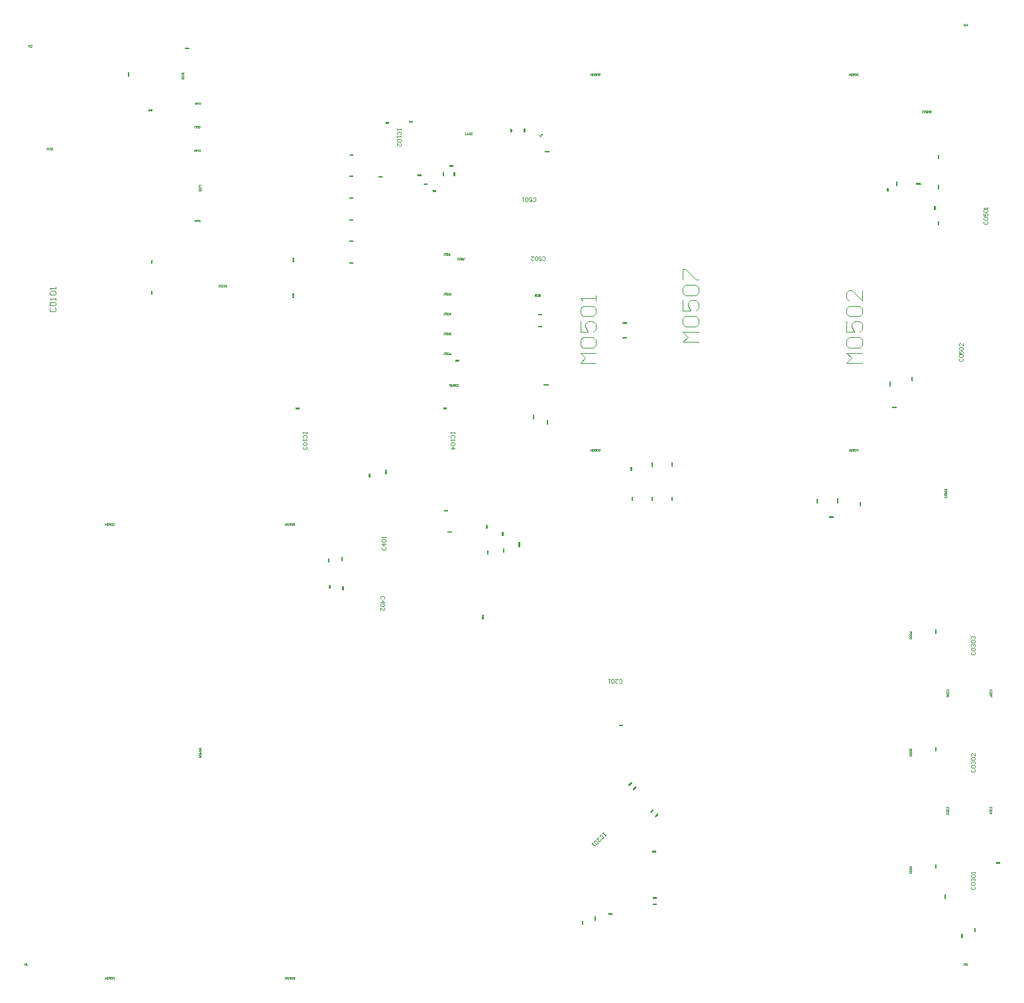
<source format=gbr>
%TF.GenerationSoftware,Altium Limited,Altium Designer,22.4.2 (48)*%
G04 Layer_Color=32768*
%FSLAX26Y26*%
%MOIN*%
%TF.SameCoordinates,0D1A2E3A-66A7-4FCB-BFB3-5B9149DA6B87*%
%TF.FilePolarity,Positive*%
%TF.FileFunction,Other,Top_Value*%
%TF.Part,Single*%
G01*
G75*
%TA.AperFunction,NonConductor*%
%ADD99C,0.003937*%
%ADD100C,0.001000*%
D99*
X3685700Y5135176D02*
X3688980Y5131896D01*
X3695539D01*
X3698819Y5135176D01*
Y5148295D01*
X3695539Y5151575D01*
X3688980D01*
X3685700Y5148295D01*
X3666021Y5131896D02*
X3679140D01*
Y5141735D01*
X3672581Y5138456D01*
X3669301D01*
X3666021Y5141735D01*
Y5148295D01*
X3669301Y5151575D01*
X3675860D01*
X3679140Y5148295D01*
X3659462Y5135176D02*
X3656182Y5131896D01*
X3649622D01*
X3646343Y5135176D01*
Y5148295D01*
X3649622Y5151575D01*
X3656182D01*
X3659462Y5148295D01*
Y5135176D01*
X3639783Y5151575D02*
X3633224D01*
X3636503D01*
Y5131896D01*
X3639783Y5135176D01*
X3734912Y4839900D02*
X3738192Y4836621D01*
X3744752D01*
X3748032Y4839900D01*
Y4853019D01*
X3744752Y4856299D01*
X3738192D01*
X3734912Y4853019D01*
X3715234Y4836621D02*
X3728353D01*
Y4846460D01*
X3721793Y4843180D01*
X3718514D01*
X3715234Y4846460D01*
Y4853019D01*
X3718514Y4856299D01*
X3725073D01*
X3728353Y4853019D01*
X3708674Y4839900D02*
X3705394Y4836621D01*
X3698835D01*
X3695555Y4839900D01*
Y4853019D01*
X3698835Y4856299D01*
X3705394D01*
X3708674Y4853019D01*
Y4839900D01*
X3675877Y4856299D02*
X3688996D01*
X3675877Y4843180D01*
Y4839900D01*
X3679156Y4836621D01*
X3685716D01*
X3688996Y4839900D01*
X4118771Y2713916D02*
X4122051Y2710636D01*
X4128610D01*
X4131890Y2713916D01*
Y2727035D01*
X4128610Y2730315D01*
X4122051D01*
X4118771Y2727035D01*
X4099092Y2730315D02*
X4112211D01*
X4099092Y2717196D01*
Y2713916D01*
X4102372Y2710636D01*
X4108931D01*
X4112211Y2713916D01*
X4092533D02*
X4089253Y2710636D01*
X4082693D01*
X4079414Y2713916D01*
Y2727035D01*
X4082693Y2730315D01*
X4089253D01*
X4092533Y2727035D01*
Y2713916D01*
X4072854Y2730315D02*
X4066294D01*
X4069574D01*
Y2710636D01*
X4072854Y2713916D01*
X2931042Y3392843D02*
X2927762Y3389564D01*
Y3383004D01*
X2931042Y3379724D01*
X2944161D01*
X2947441Y3383004D01*
Y3389564D01*
X2944161Y3392843D01*
X2947441Y3409242D02*
X2927762D01*
X2937602Y3399403D01*
Y3412522D01*
X2931042Y3419082D02*
X2927762Y3422361D01*
Y3428921D01*
X2931042Y3432201D01*
X2944161D01*
X2947441Y3428921D01*
Y3422361D01*
X2944161Y3419082D01*
X2931042D01*
X2947441Y3438760D02*
Y3445320D01*
Y3442040D01*
X2927762D01*
X2931042Y3438760D01*
X2936281Y3134519D02*
X2939561Y3137798D01*
Y3144358D01*
X2936281Y3147638D01*
X2923162D01*
X2919882Y3144358D01*
Y3137798D01*
X2923162Y3134519D01*
X2919882Y3118120D02*
X2939561D01*
X2929721Y3127959D01*
Y3114840D01*
X2936281Y3108281D02*
X2939561Y3105001D01*
Y3098441D01*
X2936281Y3095162D01*
X2923162D01*
X2919882Y3098441D01*
Y3105001D01*
X2923162Y3108281D01*
X2936281D01*
X2919882Y3075483D02*
Y3088602D01*
X2933001Y3075483D01*
X2936281D01*
X2939561Y3078763D01*
Y3085322D01*
X2936281Y3088602D01*
D100*
X5957267Y5032527D02*
X5953987Y5029247D01*
Y5022687D01*
X5957267Y5019408D01*
X5970386D01*
X5973666Y5022687D01*
Y5029247D01*
X5970386Y5032527D01*
X5953987Y5048926D02*
Y5042366D01*
X5957267Y5039086D01*
X5970386D01*
X5973666Y5042366D01*
Y5048926D01*
X5970386Y5052205D01*
X5957267D01*
X5953987Y5048926D01*
Y5071884D02*
Y5058765D01*
X5963826D01*
X5960546Y5065324D01*
Y5068604D01*
X5963826Y5071884D01*
X5970386D01*
X5973666Y5068604D01*
Y5062045D01*
X5970386Y5058765D01*
X5957267Y5078443D02*
X5953987Y5081723D01*
Y5088283D01*
X5957267Y5091562D01*
X5970386D01*
X5973666Y5088283D01*
Y5081723D01*
X5970386Y5078443D01*
X5957267D01*
X5973666Y5098122D02*
Y5104681D01*
Y5101402D01*
X5953987D01*
X5957267Y5098122D01*
X5893050Y2867450D02*
X5889770Y2864170D01*
Y2857610D01*
X5893050Y2854331D01*
X5906169D01*
X5909449Y2857610D01*
Y2864170D01*
X5906169Y2867450D01*
X5889770Y2883849D02*
Y2877289D01*
X5893050Y2874009D01*
X5906169D01*
X5909449Y2877289D01*
Y2883849D01*
X5906169Y2887128D01*
X5893050D01*
X5889770Y2883849D01*
X5893050Y2893688D02*
X5889770Y2896968D01*
Y2903527D01*
X5893050Y2906807D01*
X5896330D01*
X5899609Y2903527D01*
Y2900247D01*
Y2903527D01*
X5902889Y2906807D01*
X5906169D01*
X5909449Y2903527D01*
Y2896968D01*
X5906169Y2893688D01*
X5893050Y2913367D02*
X5889770Y2916646D01*
Y2923206D01*
X5893050Y2926486D01*
X5906169D01*
X5909449Y2923206D01*
Y2916646D01*
X5906169Y2913367D01*
X5893050D01*
Y2933045D02*
X5889770Y2936325D01*
Y2942884D01*
X5893050Y2946164D01*
X5896330D01*
X5899609Y2942884D01*
Y2939605D01*
Y2942884D01*
X5902889Y2946164D01*
X5906169D01*
X5909449Y2942884D01*
Y2936325D01*
X5906169Y2933045D01*
X3619171Y3419291D02*
Y3417625D01*
Y3418458D01*
X3614173D01*
Y3419291D01*
Y3417625D01*
X3618338Y3411794D02*
X3619171Y3412627D01*
Y3414293D01*
X3618338Y3415126D01*
X3615006D01*
X3614173Y3414293D01*
Y3412627D01*
X3615006Y3411794D01*
X3614173Y3410128D02*
Y3408462D01*
Y3409295D01*
X3619171D01*
X3618338Y3410128D01*
Y3405962D02*
X3619171Y3405129D01*
Y3403463D01*
X3618338Y3402630D01*
X3615006D01*
X3614173Y3403463D01*
Y3405129D01*
X3615006Y3405962D01*
X3618338D01*
X3619171Y3397632D02*
Y3400964D01*
X3616672D01*
X3617505Y3399298D01*
Y3398465D01*
X3616672Y3397632D01*
X3615006D01*
X3614173Y3398465D01*
Y3400131D01*
X3615006Y3400964D01*
X3346457Y5478343D02*
Y5468504D01*
X3353016D01*
X3356296D02*
X3359576D01*
X3357936D01*
Y5478343D01*
X3356296Y5476703D01*
X3364495D02*
X3366135Y5478343D01*
X3369415D01*
X3371055Y5476703D01*
Y5470144D01*
X3369415Y5468504D01*
X3366135D01*
X3364495Y5470144D01*
Y5476703D01*
X3380894Y5468504D02*
X3374335D01*
X3380894Y5475063D01*
Y5476703D01*
X3379254Y5478343D01*
X3375975D01*
X3374335Y5476703D01*
X5703663Y5092520D02*
X5708661D01*
Y5095019D01*
X5707828Y5095852D01*
X5704496D01*
X5703663Y5095019D01*
Y5092520D01*
Y5100850D02*
Y5097518D01*
X5706162D01*
X5705329Y5099184D01*
Y5100017D01*
X5706162Y5100850D01*
X5707828D01*
X5708661Y5100017D01*
Y5098351D01*
X5707828Y5097518D01*
X5704496Y5102516D02*
X5703663Y5103350D01*
Y5105016D01*
X5704496Y5105849D01*
X5707828D01*
X5708661Y5105016D01*
Y5103350D01*
X5707828Y5102516D01*
X5704496D01*
X5708661Y5107515D02*
Y5109181D01*
Y5108348D01*
X5703663D01*
X5704496Y5107515D01*
X5215474Y3616142D02*
Y3617808D01*
Y3616975D01*
X5220472D01*
Y3616142D01*
Y3617808D01*
X5216307Y3623639D02*
X5215474Y3622806D01*
Y3621140D01*
X5216307Y3620307D01*
X5219639D01*
X5220472Y3621140D01*
Y3622806D01*
X5219639Y3623639D01*
X5215474Y3628638D02*
Y3625305D01*
X5217973D01*
X5217140Y3626972D01*
Y3627805D01*
X5217973Y3628638D01*
X5219639D01*
X5220472Y3627805D01*
Y3626139D01*
X5219639Y3625305D01*
X5216307Y3630304D02*
X5215474Y3631137D01*
Y3632803D01*
X5216307Y3633636D01*
X5219639D01*
X5220472Y3632803D01*
Y3631137D01*
X5219639Y3630304D01*
X5216307D01*
Y3635302D02*
X5215474Y3636135D01*
Y3637801D01*
X5216307Y3638635D01*
X5217140D01*
X5217973Y3637801D01*
Y3636968D01*
Y3637801D01*
X5218806Y3638635D01*
X5219639D01*
X5220472Y3637801D01*
Y3636135D01*
X5219639Y3635302D01*
X5635827Y5221380D02*
X5632494D01*
X5634161D01*
Y5226378D01*
X5630828D02*
Y5221380D01*
X5628329D01*
X5627496Y5222213D01*
Y5223879D01*
X5628329Y5224712D01*
X5630828D01*
X5629162D02*
X5627496Y5226378D01*
X5622498Y5221380D02*
X5625830D01*
Y5223879D01*
X5624164Y5223046D01*
X5623331D01*
X5622498Y5223879D01*
Y5225545D01*
X5623331Y5226378D01*
X5624997D01*
X5625830Y5225545D01*
X5620832Y5222213D02*
X5619998Y5221380D01*
X5618332D01*
X5617499Y5222213D01*
Y5225545D01*
X5618332Y5226378D01*
X5619998D01*
X5620832Y5225545D01*
Y5222213D01*
X5615833Y5226378D02*
X5614167D01*
X5615000D01*
Y5221380D01*
X5615833Y5222213D01*
X1648545Y5761811D02*
Y5765143D01*
Y5763477D01*
X1653543D01*
Y5766809D02*
X1648545D01*
Y5769309D01*
X1649378Y5770142D01*
X1651044D01*
X1651877Y5769309D01*
Y5766809D01*
Y5768475D02*
X1653543Y5770142D01*
Y5771808D02*
Y5773474D01*
Y5772641D01*
X1648545D01*
X1649378Y5771808D01*
Y5775973D02*
X1648545Y5776806D01*
Y5778472D01*
X1649378Y5779305D01*
X1652710D01*
X1653543Y5778472D01*
Y5776806D01*
X1652710Y5775973D01*
X1649378D01*
X1653543Y5780971D02*
Y5782638D01*
Y5781805D01*
X1648545D01*
X1649378Y5780971D01*
X5580712Y2933071D02*
X5590551D01*
Y2937991D01*
X5588911Y2939630D01*
X5582352D01*
X5580712Y2937991D01*
Y2933071D01*
X5590551Y2949470D02*
Y2942910D01*
X5583992Y2949470D01*
X5582352D01*
X5580712Y2947830D01*
Y2944550D01*
X5582352Y2942910D01*
Y2952749D02*
X5580712Y2954389D01*
Y2957669D01*
X5582352Y2959309D01*
X5588911D01*
X5590551Y2957669D01*
Y2954389D01*
X5588911Y2952749D01*
X5582352D01*
X5580712Y2969148D02*
X5582352Y2965869D01*
X5585632Y2962589D01*
X5588911D01*
X5590551Y2964229D01*
Y2967508D01*
X5588911Y2969148D01*
X5587271D01*
X5585632Y2967508D01*
Y2962589D01*
X1919295Y5750984D02*
X1929134D01*
Y5755904D01*
X1927494Y5757544D01*
X1920935D01*
X1919295Y5755904D01*
Y5750984D01*
X1929134Y5760824D02*
Y5764103D01*
Y5762463D01*
X1919295D01*
X1920935Y5760824D01*
Y5769023D02*
X1919295Y5770663D01*
Y5773943D01*
X1920935Y5775582D01*
X1927494D01*
X1929134Y5773943D01*
Y5770663D01*
X1927494Y5769023D01*
X1920935D01*
X1929134Y5778862D02*
Y5782142D01*
Y5780502D01*
X1919295D01*
X1920935Y5778862D01*
X3021962Y5500000D02*
Y5493336D01*
Y5496668D01*
X3001968D01*
Y5500000D01*
Y5493336D01*
X3018630Y5470010D02*
X3021962Y5473342D01*
Y5480006D01*
X3018630Y5483339D01*
X3005301D01*
X3001968Y5480006D01*
Y5473342D01*
X3005301Y5470010D01*
X3001968Y5463345D02*
Y5456681D01*
Y5460013D01*
X3021962D01*
X3018630Y5463345D01*
Y5446684D02*
X3021962Y5443352D01*
Y5436687D01*
X3018630Y5433355D01*
X3005301D01*
X3001968Y5436687D01*
Y5443352D01*
X3005301Y5446684D01*
X3018630D01*
X3001968Y5413361D02*
Y5426690D01*
X3015298Y5413361D01*
X3018630D01*
X3021962Y5416694D01*
Y5423358D01*
X3018630Y5426690D01*
X1262803Y4598419D02*
X1257883Y4593499D01*
Y4583660D01*
X1262803Y4578740D01*
X1282482D01*
X1287402Y4583660D01*
Y4593499D01*
X1282482Y4598419D01*
X1257883Y4623017D02*
Y4613178D01*
X1262803Y4608258D01*
X1282482D01*
X1287402Y4613178D01*
Y4623017D01*
X1282482Y4627937D01*
X1262803D01*
X1257883Y4623017D01*
X1287402Y4637776D02*
Y4647616D01*
Y4642696D01*
X1257883D01*
X1262803Y4637776D01*
Y4662375D02*
X1257883Y4667294D01*
Y4677134D01*
X1262803Y4682053D01*
X1282482D01*
X1287402Y4677134D01*
Y4667294D01*
X1282482Y4662375D01*
X1262803D01*
X1287402Y4691893D02*
Y4701732D01*
Y4696812D01*
X1257883D01*
X1262803Y4691893D01*
X2106299Y4714564D02*
X2109579D01*
X2107939D01*
Y4704724D01*
X2106299D01*
X2109579D01*
X2121058Y4712924D02*
X2119418Y4714564D01*
X2116139D01*
X2114499Y4712924D01*
Y4706364D01*
X2116139Y4704724D01*
X2119418D01*
X2121058Y4706364D01*
X2124338Y4704724D02*
X2127618D01*
X2125978D01*
Y4714564D01*
X2124338Y4712924D01*
X2132537D02*
X2134177Y4714564D01*
X2137457D01*
X2139097Y4712924D01*
Y4706364D01*
X2137457Y4704724D01*
X2134177D01*
X2132537Y4706364D01*
Y4712924D01*
X2142377Y4704724D02*
X2145656D01*
X2144017D01*
Y4714564D01*
X2142377Y4712924D01*
X5992451Y2670606D02*
X5994091Y2672246D01*
Y2675525D01*
X5992451Y2677165D01*
X5985892D01*
X5984252Y2675525D01*
Y2672246D01*
X5985892Y2670606D01*
X5984252Y2660767D02*
Y2667326D01*
X5990811Y2660767D01*
X5992451D01*
X5994091Y2662406D01*
Y2665686D01*
X5992451Y2667326D01*
Y2657487D02*
X5994091Y2655847D01*
Y2652567D01*
X5992451Y2650927D01*
X5990811D01*
X5989172Y2652567D01*
Y2654207D01*
Y2652567D01*
X5987532Y2650927D01*
X5985892D01*
X5984252Y2652567D01*
Y2655847D01*
X5985892Y2657487D01*
X5994091Y2647647D02*
Y2641088D01*
X5992451D01*
X5985892Y2647647D01*
X5984252D01*
X4303150Y1866142D02*
Y1861143D01*
X4300650D01*
X4299817Y1861976D01*
Y1863642D01*
X4300650Y1864476D01*
X4303150D01*
X4301484D02*
X4299817Y1866142D01*
X4294819D02*
X4298151D01*
X4294819Y1862809D01*
Y1861976D01*
X4295652Y1861143D01*
X4297318D01*
X4298151Y1861976D01*
X4293153Y1866142D02*
X4291487D01*
X4292320D01*
Y1861143D01*
X4293153Y1861976D01*
X4285655Y1861143D02*
X4288988D01*
Y1863642D01*
X4287321Y1862809D01*
X4286488D01*
X4285655Y1863642D01*
Y1865309D01*
X4286488Y1866142D01*
X4288154D01*
X4288988Y1865309D01*
X4054322Y1945446D02*
X4049684Y1940808D01*
X4052003Y1943127D01*
X4038088Y1957042D01*
X4040407Y1959361D01*
X4035769Y1954723D01*
X4031131Y1926893D02*
X4035769Y1926893D01*
X4040407Y1931531D01*
X4040407Y1936169D01*
X4031131Y1945446D01*
X4026492D01*
X4021854Y1940808D01*
Y1936169D01*
X4005620Y1924574D02*
X4014897Y1933850D01*
Y1915297D01*
X4017216Y1912978D01*
X4021854D01*
X4026492Y1917616D01*
Y1922255D01*
X4012578Y1908340D02*
X4012578Y1903701D01*
X4007939Y1899063D01*
X4003301Y1899063D01*
X3994024Y1908340D01*
Y1912978D01*
X3998663Y1917616D01*
X4003301D01*
X4012578Y1908340D01*
X3987067Y1906021D02*
X3982429Y1901382D01*
X3984748Y1903701D01*
X3998663Y1889786D01*
X3998663Y1894425D01*
X1246717Y5403540D02*
X1243437D01*
X1245077D01*
Y5395341D01*
X1243437Y5393701D01*
X1241797D01*
X1240158Y5395341D01*
X1249997Y5393701D02*
X1253277D01*
X1251637D01*
Y5403540D01*
X1249997Y5401900D01*
X1258196D02*
X1259836Y5403540D01*
X1263116D01*
X1264756Y5401900D01*
Y5395341D01*
X1263116Y5393701D01*
X1259836D01*
X1258196Y5395341D01*
Y5401900D01*
X1268035Y5393701D02*
X1271315D01*
X1269675D01*
Y5403540D01*
X1268035Y5401900D01*
X5682417Y5582352D02*
X5684057Y5580712D01*
X5687336D01*
X5688976Y5582352D01*
Y5583992D01*
X5687336Y5585632D01*
X5684057D01*
X5682417Y5587271D01*
Y5588911D01*
X5684057Y5590551D01*
X5687336D01*
X5688976Y5588911D01*
X5679137Y5580712D02*
Y5590551D01*
X5675857Y5587271D01*
X5672578Y5590551D01*
Y5580712D01*
X5662738D02*
X5669298D01*
Y5585632D01*
X5666018Y5583992D01*
X5664378D01*
X5662738Y5585632D01*
Y5588911D01*
X5664378Y5590551D01*
X5667658D01*
X5669298Y5588911D01*
X5659458Y5582352D02*
X5657819Y5580712D01*
X5654539D01*
X5652899Y5582352D01*
Y5588911D01*
X5654539Y5590551D01*
X5657819D01*
X5659458Y5588911D01*
Y5582352D01*
X5643060Y5590551D02*
X5649619D01*
X5643060Y5583992D01*
Y5582352D01*
X5644699Y5580712D01*
X5647979D01*
X5649619Y5582352D01*
X2017713Y5216535D02*
X2007874D01*
Y5209976D01*
Y5206696D02*
Y5203416D01*
Y5205056D01*
X2017713D01*
X2016073Y5206696D01*
Y5198497D02*
X2017713Y5196857D01*
Y5193577D01*
X2016073Y5191937D01*
X2009514D01*
X2007874Y5193577D01*
Y5196857D01*
X2009514Y5198497D01*
X2016073D01*
X2007874Y5188657D02*
Y5185378D01*
Y5187017D01*
X2017713D01*
X2016073Y5188657D01*
X3293301Y3972441D02*
Y3965881D01*
Y3969161D01*
X3273622D01*
Y3972441D01*
Y3965881D01*
X3290021Y3942923D02*
X3293301Y3946203D01*
Y3952762D01*
X3290021Y3956042D01*
X3276902D01*
X3273622Y3952762D01*
Y3946203D01*
X3276902Y3942923D01*
X3273622Y3936363D02*
Y3929804D01*
Y3933084D01*
X3293301D01*
X3290021Y3936363D01*
Y3919965D02*
X3293301Y3916685D01*
Y3910125D01*
X3290021Y3906845D01*
X3276902D01*
X3273622Y3910125D01*
Y3916685D01*
X3276902Y3919965D01*
X3290021D01*
X3273622Y3890447D02*
X3293301D01*
X3283461Y3900286D01*
Y3887167D01*
X5723348Y5348425D02*
X5728346D01*
Y5350924D01*
X5727513Y5351757D01*
X5724181D01*
X5723348Y5350924D01*
Y5348425D01*
Y5356756D02*
Y5353423D01*
X5725847D01*
X5725014Y5355090D01*
Y5355923D01*
X5725847Y5356756D01*
X5727513D01*
X5728346Y5355923D01*
Y5354257D01*
X5727513Y5353423D01*
X5724181Y5358422D02*
X5723348Y5359255D01*
Y5360921D01*
X5724181Y5361754D01*
X5727513D01*
X5728346Y5360921D01*
Y5359255D01*
X5727513Y5358422D01*
X5724181D01*
X5723348Y5366753D02*
X5724181Y5365086D01*
X5725847Y5363420D01*
X5727513D01*
X5728346Y5364253D01*
Y5365919D01*
X5727513Y5366753D01*
X5726680D01*
X5725847Y5365919D01*
Y5363420D01*
X5854331Y6025587D02*
Y6015748D01*
Y6020668D01*
X5860890D01*
Y6025587D01*
Y6015748D01*
X5869090D02*
Y6025587D01*
X5864170Y6020668D01*
X5870730D01*
X5833995Y4341859D02*
X5830715Y4338579D01*
Y4332020D01*
X5833995Y4328740D01*
X5847114D01*
X5850394Y4332020D01*
Y4338579D01*
X5847114Y4341859D01*
X5830715Y4358258D02*
Y4351699D01*
X5833995Y4348419D01*
X5847114D01*
X5850394Y4351699D01*
Y4358258D01*
X5847114Y4361538D01*
X5833995D01*
X5830715Y4358258D01*
Y4381216D02*
Y4368097D01*
X5840554D01*
X5837275Y4374657D01*
Y4377937D01*
X5840554Y4381216D01*
X5847114D01*
X5850394Y4377937D01*
Y4371377D01*
X5847114Y4368097D01*
X5833995Y4387776D02*
X5830715Y4391056D01*
Y4397615D01*
X5833995Y4400895D01*
X5847114D01*
X5850394Y4397615D01*
Y4391056D01*
X5847114Y4387776D01*
X5833995D01*
X5850394Y4420574D02*
Y4407454D01*
X5837275Y4420574D01*
X5833995D01*
X5830715Y4417294D01*
Y4410734D01*
X5833995Y4407454D01*
X3437006Y3049214D02*
Y3053150D01*
X3434054D01*
Y3051182D01*
Y3053150D01*
X3431102D01*
Y3047246D02*
Y3045278D01*
Y3046262D01*
X3437006D01*
X3436022Y3047246D01*
Y3042326D02*
X3437006Y3041342D01*
Y3039374D01*
X3436022Y3038391D01*
X3432086D01*
X3431102Y3039374D01*
Y3041342D01*
X3432086Y3042326D01*
X3436022D01*
X3437006Y3032487D02*
Y3036423D01*
X3434054D01*
X3435038Y3034455D01*
Y3033471D01*
X3434054Y3032487D01*
X3432086D01*
X3431102Y3033471D01*
Y3035439D01*
X3432086Y3036423D01*
X2440945Y3503937D02*
Y3513776D01*
X2444225Y3510497D01*
X2447504Y3513776D01*
Y3503937D01*
X2455704Y3513776D02*
X2452424D01*
X2450784Y3512136D01*
Y3505577D01*
X2452424Y3503937D01*
X2455704D01*
X2457344Y3505577D01*
Y3512136D01*
X2455704Y3513776D01*
X2465543Y3503937D02*
Y3513776D01*
X2460624Y3508857D01*
X2467183D01*
X2470463Y3512136D02*
X2472103Y3513776D01*
X2475383D01*
X2477022Y3512136D01*
Y3505577D01*
X2475383Y3503937D01*
X2472103D01*
X2470463Y3505577D01*
Y3512136D01*
X2486862Y3513776D02*
X2480302D01*
Y3508857D01*
X2483582Y3510497D01*
X2485222D01*
X2486862Y3508857D01*
Y3505577D01*
X2485222Y3503937D01*
X2481942D01*
X2480302Y3505577D01*
X5342520Y4318898D02*
X5263805D01*
X5290043Y4345136D01*
X5263805Y4371374D01*
X5342520D01*
X5263805Y4436970D02*
Y4410732D01*
X5276924Y4397613D01*
X5329401D01*
X5342520Y4410732D01*
Y4436970D01*
X5329401Y4450089D01*
X5276924D01*
X5263805Y4436970D01*
Y4528804D02*
Y4476327D01*
X5303162D01*
X5290043Y4502565D01*
Y4515685D01*
X5303162Y4528804D01*
X5329401D01*
X5342520Y4515685D01*
Y4489446D01*
X5329401Y4476327D01*
X5276924Y4555042D02*
X5263805Y4568161D01*
Y4594400D01*
X5276924Y4607519D01*
X5329401D01*
X5342520Y4594400D01*
Y4568161D01*
X5329401Y4555042D01*
X5276924D01*
X5342520Y4686233D02*
Y4633757D01*
X5290043Y4686233D01*
X5276924D01*
X5263805Y4673114D01*
Y4646876D01*
X5276924Y4633757D01*
X4003937Y4318898D02*
X3925222D01*
X3951461Y4345136D01*
X3925222Y4371374D01*
X4003937D01*
X3925222Y4436970D02*
Y4410732D01*
X3938341Y4397613D01*
X3990818D01*
X4003937Y4410732D01*
Y4436970D01*
X3990818Y4450089D01*
X3938341D01*
X3925222Y4436970D01*
Y4528804D02*
Y4476327D01*
X3964580D01*
X3951461Y4502565D01*
Y4515685D01*
X3964580Y4528804D01*
X3990818D01*
X4003937Y4515685D01*
Y4489446D01*
X3990818Y4476327D01*
X3938341Y4555042D02*
X3925222Y4568161D01*
Y4594400D01*
X3938341Y4607519D01*
X3990818D01*
X4003937Y4594400D01*
Y4568161D01*
X3990818Y4555042D01*
X3938341D01*
X4003937Y4633757D02*
Y4659995D01*
Y4646876D01*
X3925222D01*
X3938341Y4633757D01*
X2479332Y4834644D02*
X2478348Y4833660D01*
Y4831693D01*
X2479332Y4830709D01*
X2483268D01*
X2484252Y4831693D01*
Y4833660D01*
X2483268Y4834644D01*
X2484252Y4836612D02*
Y4838580D01*
Y4837596D01*
X2478348D01*
X2479332Y4836612D01*
Y4841532D02*
X2478348Y4842516D01*
Y4844484D01*
X2479332Y4845468D01*
X2483268D01*
X2484252Y4844484D01*
Y4842516D01*
X2483268Y4841532D01*
X2479332D01*
X2478348Y4851371D02*
X2479332Y4849403D01*
X2481300Y4847435D01*
X2483268D01*
X2484252Y4848419D01*
Y4850387D01*
X2483268Y4851371D01*
X2482284D01*
X2481300Y4850387D01*
Y4847435D01*
X2776195Y5365900D02*
X2777028Y5365066D01*
X2778694D01*
X2779528Y5365900D01*
Y5369232D01*
X2778694Y5370065D01*
X2777028D01*
X2776195Y5369232D01*
X2774529Y5370065D02*
X2772863D01*
X2773696D01*
Y5365066D01*
X2774529Y5365900D01*
X2767032Y5370065D02*
X2770364D01*
X2767032Y5366733D01*
Y5365900D01*
X2767865Y5365066D01*
X2769531D01*
X2770364Y5365900D01*
X2765365Y5365066D02*
X2762033D01*
Y5365900D01*
X2765365Y5369232D01*
Y5370065D01*
X5330480Y3605695D02*
X5329647Y3604861D01*
Y3603195D01*
X5330480Y3602362D01*
X5333813D01*
X5334646Y3603195D01*
Y3604861D01*
X5333813Y3605695D01*
X5329647Y3610693D02*
Y3607361D01*
X5332146D01*
X5331313Y3609027D01*
Y3609860D01*
X5332146Y3610693D01*
X5333813D01*
X5334646Y3609860D01*
Y3608194D01*
X5333813Y3607361D01*
X5330480Y3612359D02*
X5329647Y3613192D01*
Y3614858D01*
X5330480Y3615691D01*
X5333813D01*
X5334646Y3614858D01*
Y3613192D01*
X5333813Y3612359D01*
X5330480D01*
X5333813Y3617357D02*
X5334646Y3618191D01*
Y3619857D01*
X5333813Y3620690D01*
X5330480D01*
X5329647Y3619857D01*
Y3618191D01*
X5330480Y3617357D01*
X5331313D01*
X5332146Y3618191D01*
Y3620690D01*
X4180678Y2206284D02*
X4181856D01*
X4183034Y2207462D01*
Y2208640D01*
X4180678Y2210996D01*
X4179500D01*
X4178322Y2209818D01*
Y2208640D01*
X4174198Y2205695D02*
X4176555Y2208051D01*
Y2203338D01*
X4177144Y2202749D01*
X4178322D01*
X4179500Y2203927D01*
Y2205106D01*
X4170664Y2202160D02*
X4173020Y2204516D01*
Y2199804D01*
X4173609Y2199215D01*
X4174788D01*
X4175966Y2200393D01*
Y2201571D01*
X4172431Y2198037D02*
Y2196858D01*
X4171253Y2195680D01*
X4170075D01*
X4169486Y2196269D01*
Y2197448D01*
X4170075Y2198037D01*
X4169486Y2197448D01*
X4168308D01*
X4167719Y2198037D01*
Y2199215D01*
X4168897Y2200393D01*
X4170075D01*
X5759517Y3648292D02*
X5757877Y3646652D01*
Y3643372D01*
X5759517Y3641732D01*
X5766077D01*
X5767717Y3643372D01*
Y3646652D01*
X5766077Y3648292D01*
X5757877Y3656491D02*
Y3653211D01*
X5759517Y3651572D01*
X5766077D01*
X5767717Y3653211D01*
Y3656491D01*
X5766077Y3658131D01*
X5759517D01*
X5757877Y3656491D01*
Y3667970D02*
Y3661411D01*
X5762797D01*
X5761157Y3664691D01*
Y3666331D01*
X5762797Y3667970D01*
X5766077D01*
X5767717Y3666331D01*
Y3663051D01*
X5766077Y3661411D01*
X5759517Y3671250D02*
X5757877Y3672890D01*
Y3676170D01*
X5759517Y3677810D01*
X5766077D01*
X5767717Y3676170D01*
Y3672890D01*
X5766077Y3671250D01*
X5759517D01*
Y3681090D02*
X5757877Y3682729D01*
Y3686009D01*
X5759517Y3687649D01*
X5761157D01*
X5762797Y3686009D01*
Y3684369D01*
Y3686009D01*
X5764437Y3687649D01*
X5766077D01*
X5767717Y3686009D01*
Y3682729D01*
X5766077Y3681090D01*
X3243370Y4372831D02*
X3240091D01*
X3241731D01*
Y4364632D01*
X3240091Y4362992D01*
X3238451D01*
X3236811Y4364632D01*
X3253210Y4372831D02*
X3246650D01*
Y4367912D01*
X3249930Y4369552D01*
X3251570D01*
X3253210Y4367912D01*
Y4364632D01*
X3251570Y4362992D01*
X3248290D01*
X3246650Y4364632D01*
X3256490Y4371191D02*
X3258130Y4372831D01*
X3261409D01*
X3263049Y4371191D01*
Y4364632D01*
X3261409Y4362992D01*
X3258130D01*
X3256490Y4364632D01*
Y4371191D01*
X3272888Y4372831D02*
X3269609Y4371191D01*
X3266329Y4367912D01*
Y4364632D01*
X3267969Y4362992D01*
X3271249D01*
X3272888Y4364632D01*
Y4366272D01*
X3271249Y4367912D01*
X3266329D01*
X4134463Y2495835D02*
X4135296Y2495002D01*
X4136962D01*
X4137795Y2495835D01*
Y2499167D01*
X4136962Y2500000D01*
X4135296D01*
X4134463Y2499167D01*
X4129465Y2500000D02*
X4132797D01*
X4129465Y2496668D01*
Y2495835D01*
X4130298Y2495002D01*
X4131964D01*
X4132797Y2495835D01*
X4127798D02*
X4126965Y2495002D01*
X4125299D01*
X4124466Y2495835D01*
Y2499167D01*
X4125299Y2500000D01*
X4126965D01*
X4127798Y2499167D01*
Y2495835D01*
X4122800D02*
X4121967Y2495002D01*
X4120301D01*
X4119468Y2495835D01*
Y2496668D01*
X4120301Y2497501D01*
X4121134D01*
X4120301D01*
X4119468Y2498334D01*
Y2499167D01*
X4120301Y2500000D01*
X4121967D01*
X4122800Y2499167D01*
X2724181Y3330104D02*
X2723348Y3329271D01*
Y3327605D01*
X2724181Y3326772D01*
X2727513D01*
X2728346Y3327605D01*
Y3329271D01*
X2727513Y3330104D01*
X2728346Y3334269D02*
X2723348D01*
X2725847Y3331770D01*
Y3335102D01*
X2724181Y3336768D02*
X2723348Y3337602D01*
Y3339268D01*
X2724181Y3340101D01*
X2727513D01*
X2728346Y3339268D01*
Y3337602D01*
X2727513Y3336768D01*
X2724181D01*
X2728346Y3344266D02*
X2723348D01*
X2725847Y3341767D01*
Y3345099D01*
X2732512Y3193518D02*
X2733345Y3194351D01*
Y3196017D01*
X2732512Y3196850D01*
X2729180D01*
X2728347Y3196017D01*
Y3194351D01*
X2729180Y3193518D01*
X2728347Y3189353D02*
X2733345D01*
X2730846Y3191852D01*
Y3188520D01*
X2732512Y3186854D02*
X2733345Y3186020D01*
Y3184354D01*
X2732512Y3183521D01*
X2729180D01*
X2728347Y3184354D01*
Y3186020D01*
X2729180Y3186854D01*
X2732512D01*
X2733345Y3178523D02*
Y3181855D01*
X2730846D01*
X2731679Y3180189D01*
Y3179356D01*
X2730846Y3178523D01*
X2729180D01*
X2728347Y3179356D01*
Y3181022D01*
X2729180Y3181855D01*
X2657252Y3322230D02*
X2656419Y3321397D01*
Y3319731D01*
X2657252Y3318898D01*
X2660584D01*
X2661417Y3319731D01*
Y3321397D01*
X2660584Y3322230D01*
X2661417Y3326395D02*
X2656419D01*
X2658918Y3323896D01*
Y3327228D01*
X2657252Y3328894D02*
X2656419Y3329727D01*
Y3331394D01*
X2657252Y3332227D01*
X2660584D01*
X2661417Y3331394D01*
Y3329727D01*
X2660584Y3328894D01*
X2657252D01*
X2656419Y3337225D02*
X2657252Y3335559D01*
X2658918Y3333893D01*
X2660584D01*
X2661417Y3334726D01*
Y3336392D01*
X2660584Y3337225D01*
X2659751D01*
X2658918Y3336392D01*
Y3333893D01*
X2665583Y3201392D02*
X2666416Y3202225D01*
Y3203891D01*
X2665583Y3204724D01*
X2662250D01*
X2661417Y3203891D01*
Y3202225D01*
X2662250Y3201392D01*
X2661417Y3197227D02*
X2666416D01*
X2663916Y3199726D01*
Y3196394D01*
X2665583Y3194728D02*
X2666416Y3193894D01*
Y3192228D01*
X2665583Y3191395D01*
X2662250D01*
X2661417Y3192228D01*
Y3193894D01*
X2662250Y3194728D01*
X2665583D01*
X2666416Y3189729D02*
Y3186397D01*
X2665583D01*
X2662250Y3189729D01*
X2661417D01*
X3719162Y4658795D02*
X3720474Y4657483D01*
X3723098D01*
X3724410Y4658795D01*
Y4664042D01*
X3723098Y4665354D01*
X3720474D01*
X3719162Y4664042D01*
X3711290Y4657483D02*
X3716538D01*
Y4661419D01*
X3713914Y4660107D01*
X3712602D01*
X3711290Y4661419D01*
Y4664042D01*
X3712602Y4665354D01*
X3715226D01*
X3716538Y4664042D01*
X3708666Y4658795D02*
X3707355Y4657483D01*
X3704731D01*
X3703419Y4658795D01*
Y4664042D01*
X3704731Y4665354D01*
X3707355D01*
X3708666Y4664042D01*
Y4658795D01*
X3700795D02*
X3699483Y4657483D01*
X3696859D01*
X3695547Y4658795D01*
Y4660107D01*
X3696859Y4661419D01*
X3698171D01*
X3696859D01*
X3695547Y4662730D01*
Y4664042D01*
X3696859Y4665354D01*
X3699483D01*
X3700795Y4664042D01*
X3726983Y4562764D02*
X3727816Y4561931D01*
X3729482D01*
X3730315Y4562764D01*
Y4566096D01*
X3729482Y4566929D01*
X3727816D01*
X3726983Y4566096D01*
X3721984Y4561931D02*
X3725316D01*
Y4564430D01*
X3723650Y4563597D01*
X3722817D01*
X3721984Y4564430D01*
Y4566096D01*
X3722817Y4566929D01*
X3724483D01*
X3725316Y4566096D01*
X3720318Y4562764D02*
X3719485Y4561931D01*
X3717819D01*
X3716986Y4562764D01*
Y4566096D01*
X3717819Y4566929D01*
X3719485D01*
X3720318Y4566096D01*
Y4562764D01*
X3712820Y4566929D02*
Y4561931D01*
X3715320Y4564430D01*
X3711987D01*
X3726983Y4503709D02*
X3727816Y4502876D01*
X3729482D01*
X3730315Y4503709D01*
Y4507041D01*
X3729482Y4507874D01*
X3727816D01*
X3726983Y4507041D01*
X3721984Y4502876D02*
X3725316D01*
Y4505375D01*
X3723650Y4504542D01*
X3722817D01*
X3721984Y4505375D01*
Y4507041D01*
X3722817Y4507874D01*
X3724483D01*
X3725316Y4507041D01*
X3720318Y4503709D02*
X3719485Y4502876D01*
X3717819D01*
X3716986Y4503709D01*
Y4507041D01*
X3717819Y4507874D01*
X3719485D01*
X3720318Y4507041D01*
Y4503709D01*
X3711987Y4502876D02*
X3715320D01*
Y4505375D01*
X3713654Y4504542D01*
X3712820D01*
X3711987Y4505375D01*
Y4507041D01*
X3712820Y4507874D01*
X3714487D01*
X3715320Y4507041D01*
X5509660Y4095835D02*
X5510493Y4095002D01*
X5512159D01*
X5512992Y4095835D01*
Y4099167D01*
X5512159Y4100000D01*
X5510493D01*
X5509660Y4099167D01*
X5504661Y4095002D02*
X5507994D01*
Y4097501D01*
X5506328Y4096668D01*
X5505494D01*
X5504661Y4097501D01*
Y4099167D01*
X5505494Y4100000D01*
X5507160D01*
X5507994Y4099167D01*
X5502995Y4095835D02*
X5502162Y4095002D01*
X5500496D01*
X5499663Y4095835D01*
Y4099167D01*
X5500496Y4100000D01*
X5502162D01*
X5502995Y4099167D01*
Y4095835D01*
X5494664Y4095002D02*
X5496331Y4095835D01*
X5497997Y4097501D01*
Y4099167D01*
X5497164Y4100000D01*
X5495498D01*
X5494664Y4099167D01*
Y4098334D01*
X5495498Y4097501D01*
X5497997D01*
X5593535Y4245290D02*
X5594368Y4246123D01*
Y4247789D01*
X5593535Y4248622D01*
X5590203D01*
X5589370Y4247789D01*
Y4246123D01*
X5590203Y4245290D01*
X5594368Y4240291D02*
Y4243624D01*
X5591869D01*
X5592702Y4241958D01*
Y4241124D01*
X5591869Y4240291D01*
X5590203D01*
X5589370Y4241124D01*
Y4242791D01*
X5590203Y4243624D01*
X5593535Y4238625D02*
X5594368Y4237792D01*
Y4236126D01*
X5593535Y4235293D01*
X5590203D01*
X5589370Y4236126D01*
Y4237792D01*
X5590203Y4238625D01*
X5593535D01*
X5594368Y4233627D02*
Y4230294D01*
X5593535D01*
X5590203Y4233627D01*
X5589370D01*
X5893050Y1686347D02*
X5889770Y1683068D01*
Y1676508D01*
X5893050Y1673228D01*
X5906169D01*
X5909449Y1676508D01*
Y1683068D01*
X5906169Y1686347D01*
X5889770Y1702746D02*
Y1696187D01*
X5893050Y1692907D01*
X5906169D01*
X5909449Y1696187D01*
Y1702746D01*
X5906169Y1706026D01*
X5893050D01*
X5889770Y1702746D01*
X5893050Y1712585D02*
X5889770Y1715865D01*
Y1722425D01*
X5893050Y1725705D01*
X5896330D01*
X5899609Y1722425D01*
Y1719145D01*
Y1722425D01*
X5902889Y1725705D01*
X5906169D01*
X5909449Y1722425D01*
Y1715865D01*
X5906169Y1712585D01*
X5893050Y1732264D02*
X5889770Y1735544D01*
Y1742103D01*
X5893050Y1745383D01*
X5906169D01*
X5909449Y1742103D01*
Y1735544D01*
X5906169Y1732264D01*
X5893050D01*
X5909449Y1751943D02*
Y1758502D01*
Y1755223D01*
X5889770D01*
X5893050Y1751943D01*
Y2276899D02*
X5889770Y2273619D01*
Y2267059D01*
X5893050Y2263780D01*
X5906169D01*
X5909449Y2267059D01*
Y2273619D01*
X5906169Y2276899D01*
X5889770Y2293297D02*
Y2286738D01*
X5893050Y2283458D01*
X5906169D01*
X5909449Y2286738D01*
Y2293297D01*
X5906169Y2296577D01*
X5893050D01*
X5889770Y2293297D01*
X5893050Y2303137D02*
X5889770Y2306416D01*
Y2312976D01*
X5893050Y2316256D01*
X5896330D01*
X5899609Y2312976D01*
Y2309696D01*
Y2312976D01*
X5902889Y2316256D01*
X5906169D01*
X5909449Y2312976D01*
Y2306416D01*
X5906169Y2303137D01*
X5893050Y2322815D02*
X5889770Y2326095D01*
Y2332655D01*
X5893050Y2335934D01*
X5906169D01*
X5909449Y2332655D01*
Y2326095D01*
X5906169Y2322815D01*
X5893050D01*
X5909449Y2355613D02*
Y2342494D01*
X5896330Y2355613D01*
X5893050D01*
X5889770Y2352333D01*
Y2345774D01*
X5893050Y2342494D01*
X5713660Y1797244D02*
X5708661D01*
Y1794745D01*
X5709494Y1793912D01*
X5712827D01*
X5713660Y1794745D01*
Y1797244D01*
X5708661Y1788913D02*
Y1792246D01*
X5711994Y1788913D01*
X5712827D01*
X5713660Y1789746D01*
Y1791413D01*
X5712827Y1792246D01*
Y1787247D02*
X5713660Y1786414D01*
Y1784748D01*
X5712827Y1783915D01*
X5709494D01*
X5708661Y1784748D01*
Y1786414D01*
X5709494Y1787247D01*
X5712827D01*
X5708661Y1782249D02*
Y1780583D01*
Y1781416D01*
X5713660D01*
X5712827Y1782249D01*
X5713660Y2387795D02*
X5708661D01*
Y2385296D01*
X5709494Y2384463D01*
X5712827D01*
X5713660Y2385296D01*
Y2387795D01*
X5708661Y2379465D02*
Y2382797D01*
X5711994Y2379465D01*
X5712827D01*
X5713660Y2380298D01*
Y2381964D01*
X5712827Y2382797D01*
Y2377798D02*
X5713660Y2376965D01*
Y2375299D01*
X5712827Y2374466D01*
X5709494D01*
X5708661Y2375299D01*
Y2376965D01*
X5709494Y2377798D01*
X5712827D01*
X5708661Y2369468D02*
Y2372800D01*
X5711994Y2369468D01*
X5712827D01*
X5713660Y2370301D01*
Y2371967D01*
X5712827Y2372800D01*
X5713660Y2978347D02*
X5708661D01*
Y2975847D01*
X5709494Y2975014D01*
X5712827D01*
X5713660Y2975847D01*
Y2978347D01*
X5708661Y2970016D02*
Y2973348D01*
X5711994Y2970016D01*
X5712827D01*
X5713660Y2970849D01*
Y2972515D01*
X5712827Y2973348D01*
Y2968350D02*
X5713660Y2967517D01*
Y2965851D01*
X5712827Y2965017D01*
X5709494D01*
X5708661Y2965851D01*
Y2967517D01*
X5709494Y2968350D01*
X5712827D01*
Y2963351D02*
X5713660Y2962518D01*
Y2960852D01*
X5712827Y2960019D01*
X5711994D01*
X5711161Y2960852D01*
Y2961685D01*
Y2960852D01*
X5710328Y2960019D01*
X5709494D01*
X5708661Y2960852D01*
Y2962518D01*
X5709494Y2963351D01*
X5580712Y1751968D02*
X5590551D01*
Y1756888D01*
X5588911Y1758528D01*
X5582352D01*
X5580712Y1756888D01*
Y1751968D01*
X5590551Y1768367D02*
Y1761808D01*
X5583992Y1768367D01*
X5582352D01*
X5580712Y1766727D01*
Y1763448D01*
X5582352Y1761808D01*
Y1771647D02*
X5580712Y1773287D01*
Y1776567D01*
X5582352Y1778207D01*
X5588911D01*
X5590551Y1776567D01*
Y1773287D01*
X5588911Y1771647D01*
X5582352D01*
X5590551Y1786406D02*
X5580712D01*
X5585632Y1781486D01*
Y1788046D01*
X5580712Y2342520D02*
X5590551D01*
Y2347439D01*
X5588911Y2349079D01*
X5582352D01*
X5580712Y2347439D01*
Y2342520D01*
X5590551Y2358919D02*
Y2352359D01*
X5583992Y2358919D01*
X5582352D01*
X5580712Y2357279D01*
Y2353999D01*
X5582352Y2352359D01*
Y2362198D02*
X5580712Y2363838D01*
Y2367118D01*
X5582352Y2368758D01*
X5588911D01*
X5590551Y2367118D01*
Y2363838D01*
X5588911Y2362198D01*
X5582352D01*
X5580712Y2378597D02*
Y2372038D01*
X5585632D01*
X5583992Y2375317D01*
Y2376957D01*
X5585632Y2378597D01*
X5588911D01*
X5590551Y2376957D01*
Y2373677D01*
X5588911Y2372038D01*
X4187479Y3647638D02*
X4182480D01*
Y3645139D01*
X4183313Y3644305D01*
X4186645D01*
X4187479Y3645139D01*
Y3647638D01*
Y3639307D02*
Y3642639D01*
X4184979D01*
X4185812Y3640973D01*
Y3640140D01*
X4184979Y3639307D01*
X4183313D01*
X4182480Y3640140D01*
Y3641806D01*
X4183313Y3642639D01*
X4186645Y3637641D02*
X4187479Y3636808D01*
Y3635142D01*
X4186645Y3634309D01*
X4183313D01*
X4182480Y3635142D01*
Y3636808D01*
X4183313Y3637641D01*
X4186645D01*
X4182480Y3629310D02*
Y3632643D01*
X4185812Y3629310D01*
X4186645D01*
X4187479Y3630143D01*
Y3631809D01*
X4186645Y3632643D01*
X3756222Y4013189D02*
X3761220D01*
Y4015688D01*
X3760387Y4016521D01*
X3757055D01*
X3756222Y4015688D01*
Y4013189D01*
Y4021520D02*
Y4018187D01*
X3758721D01*
X3757888Y4019853D01*
Y4020686D01*
X3758721Y4021520D01*
X3760387D01*
X3761220Y4020686D01*
Y4019020D01*
X3760387Y4018187D01*
X3757055Y4023186D02*
X3756222Y4024019D01*
Y4025685D01*
X3757055Y4026518D01*
X3760387D01*
X3761220Y4025685D01*
Y4024019D01*
X3760387Y4023186D01*
X3757055D01*
Y4028184D02*
X3756222Y4029017D01*
Y4030683D01*
X3757055Y4031516D01*
X3757888D01*
X3758721Y4030683D01*
Y4029850D01*
Y4030683D01*
X3759554Y4031516D01*
X3760387D01*
X3761220Y4030683D01*
Y4029017D01*
X3760387Y4028184D01*
X4287479Y3647638D02*
X4282480D01*
Y3645139D01*
X4283313Y3644305D01*
X4286645D01*
X4287479Y3645139D01*
Y3647638D01*
Y3639307D02*
Y3642639D01*
X4284979D01*
X4285812Y3640973D01*
Y3640140D01*
X4284979Y3639307D01*
X4283313D01*
X4282480Y3640140D01*
Y3641806D01*
X4283313Y3642639D01*
X4286645Y3637641D02*
X4287479Y3636808D01*
Y3635142D01*
X4286645Y3634309D01*
X4283313D01*
X4282480Y3635142D01*
Y3636808D01*
X4283313Y3637641D01*
X4286645D01*
X4282480Y3630143D02*
X4287479D01*
X4284979Y3632643D01*
Y3629310D01*
X4387479Y3647638D02*
X4382480D01*
Y3645139D01*
X4383313Y3644305D01*
X4386645D01*
X4387479Y3645139D01*
Y3647638D01*
Y3639307D02*
Y3642639D01*
X4384979D01*
X4385812Y3640973D01*
Y3640140D01*
X4384979Y3639307D01*
X4383313D01*
X4382480Y3640140D01*
Y3641806D01*
X4383313Y3642639D01*
X4386645Y3637641D02*
X4387479Y3636808D01*
Y3635142D01*
X4386645Y3634309D01*
X4383313D01*
X4382480Y3635142D01*
Y3636808D01*
X4383313Y3637641D01*
X4386645D01*
X4387479Y3629310D02*
Y3632643D01*
X4384979D01*
X4385812Y3630977D01*
Y3630143D01*
X4384979Y3629310D01*
X4383313D01*
X4382480Y3630143D01*
Y3631809D01*
X4383313Y3632643D01*
X5483739Y4225591D02*
Y4223925D01*
Y4224757D01*
X5478740D01*
Y4225591D01*
Y4223925D01*
X5482905Y4218093D02*
X5483739Y4218926D01*
Y4220592D01*
X5482905Y4221425D01*
X5479573D01*
X5478740Y4220592D01*
Y4218926D01*
X5479573Y4218093D01*
X5483739Y4213095D02*
Y4216427D01*
X5481239D01*
X5482072Y4214761D01*
Y4213928D01*
X5481239Y4213095D01*
X5479573D01*
X5478740Y4213928D01*
Y4215594D01*
X5479573Y4216427D01*
X5482905Y4211428D02*
X5483739Y4210595D01*
Y4208929D01*
X5482905Y4208096D01*
X5479573D01*
X5478740Y4208929D01*
Y4210595D01*
X5479573Y4211428D01*
X5482905D01*
X5478740Y4206430D02*
Y4204764D01*
Y4205597D01*
X5483739D01*
X5482905Y4206430D01*
X3761811Y4208781D02*
X3760145D01*
X3760978D01*
Y4213779D01*
X3761811D01*
X3760145D01*
X3754314Y4209614D02*
X3755147Y4208781D01*
X3756813D01*
X3757646Y4209614D01*
Y4212946D01*
X3756813Y4213779D01*
X3755147D01*
X3754314Y4212946D01*
X3749315Y4208781D02*
X3752647D01*
Y4211280D01*
X3750981Y4210447D01*
X3750148D01*
X3749315Y4211280D01*
Y4212946D01*
X3750148Y4213779D01*
X3751814D01*
X3752647Y4212946D01*
X3747649Y4209614D02*
X3746816Y4208781D01*
X3745150D01*
X3744317Y4209614D01*
Y4212946D01*
X3745150Y4213779D01*
X3746816D01*
X3747649Y4212946D01*
Y4209614D01*
X3739318Y4213779D02*
X3742651D01*
X3739318Y4210447D01*
Y4209614D01*
X3740151Y4208781D01*
X3741818D01*
X3742651Y4209614D01*
X3243370Y4872831D02*
X3240091D01*
X3241731D01*
Y4864632D01*
X3240091Y4862992D01*
X3238451D01*
X3236811Y4864632D01*
X3253210Y4872831D02*
X3246650D01*
Y4867912D01*
X3249930Y4869552D01*
X3251570D01*
X3253210Y4867912D01*
Y4864632D01*
X3251570Y4862992D01*
X3248290D01*
X3246650Y4864632D01*
X3256490Y4871191D02*
X3258130Y4872831D01*
X3261409D01*
X3263049Y4871191D01*
Y4864632D01*
X3261409Y4862992D01*
X3258130D01*
X3256490Y4864632D01*
Y4871191D01*
X3266329Y4862992D02*
X3269609D01*
X3267969D01*
Y4872831D01*
X3266329Y4871191D01*
X3336551Y4839767D02*
X3339830D01*
X3338191D01*
Y4847966D01*
X3339830Y4849606D01*
X3341470D01*
X3343110Y4847966D01*
X3326711Y4839767D02*
X3333271D01*
Y4844687D01*
X3329991Y4843047D01*
X3328351D01*
X3326711Y4844687D01*
Y4847966D01*
X3328351Y4849606D01*
X3331631D01*
X3333271Y4847966D01*
X3323432Y4841407D02*
X3321792Y4839767D01*
X3318512D01*
X3316872Y4841407D01*
Y4847966D01*
X3318512Y4849606D01*
X3321792D01*
X3323432Y4847966D01*
Y4841407D01*
X3307033Y4849606D02*
X3313592D01*
X3307033Y4843047D01*
Y4841407D01*
X3308673Y4839767D01*
X3311952D01*
X3313592Y4841407D01*
X3243370Y4672831D02*
X3240091D01*
X3241731D01*
Y4664632D01*
X3240091Y4662992D01*
X3238451D01*
X3236811Y4664632D01*
X3253210Y4672831D02*
X3246650D01*
Y4667912D01*
X3249930Y4669552D01*
X3251570D01*
X3253210Y4667912D01*
Y4664632D01*
X3251570Y4662992D01*
X3248290D01*
X3246650Y4664632D01*
X3256490Y4671191D02*
X3258130Y4672831D01*
X3261409D01*
X3263049Y4671191D01*
Y4664632D01*
X3261409Y4662992D01*
X3258130D01*
X3256490Y4664632D01*
Y4671191D01*
X3266329D02*
X3267969Y4672831D01*
X3271249D01*
X3272888Y4671191D01*
Y4669552D01*
X3271249Y4667912D01*
X3269609D01*
X3271249D01*
X3272888Y4666272D01*
Y4664632D01*
X3271249Y4662992D01*
X3267969D01*
X3266329Y4664632D01*
X3243370Y4572831D02*
X3240091D01*
X3241731D01*
Y4564632D01*
X3240091Y4562992D01*
X3238451D01*
X3236811Y4564632D01*
X3253210Y4572831D02*
X3246650D01*
Y4567912D01*
X3249930Y4569552D01*
X3251570D01*
X3253210Y4567912D01*
Y4564632D01*
X3251570Y4562992D01*
X3248290D01*
X3246650Y4564632D01*
X3256490Y4571191D02*
X3258130Y4572831D01*
X3261409D01*
X3263049Y4571191D01*
Y4564632D01*
X3261409Y4562992D01*
X3258130D01*
X3256490Y4564632D01*
Y4571191D01*
X3271249Y4562992D02*
Y4572831D01*
X3266329Y4567912D01*
X3272888D01*
X3243370Y4472831D02*
X3240091D01*
X3241731D01*
Y4464632D01*
X3240091Y4462992D01*
X3238451D01*
X3236811Y4464632D01*
X3253210Y4472831D02*
X3246650D01*
Y4467912D01*
X3249930Y4469552D01*
X3251570D01*
X3253210Y4467912D01*
Y4464632D01*
X3251570Y4462992D01*
X3248290D01*
X3246650Y4464632D01*
X3256490Y4471191D02*
X3258130Y4472831D01*
X3261409D01*
X3263049Y4471191D01*
Y4464632D01*
X3261409Y4462992D01*
X3258130D01*
X3256490Y4464632D01*
Y4471191D01*
X3272888Y4472831D02*
X3266329D01*
Y4467912D01*
X3269609Y4469552D01*
X3271249D01*
X3272888Y4467912D01*
Y4464632D01*
X3271249Y4462992D01*
X3267969D01*
X3266329Y4464632D01*
X4182480Y3779528D02*
X4177482D01*
Y3782027D01*
X4178315Y3782860D01*
X4179981D01*
X4180814Y3782027D01*
Y3779528D01*
Y3781194D02*
X4182480Y3782860D01*
X4177482Y3787858D02*
Y3784526D01*
X4179981D01*
X4179148Y3786192D01*
Y3787025D01*
X4179981Y3787858D01*
X4181647D01*
X4182480Y3787025D01*
Y3785359D01*
X4181647Y3784526D01*
X4178315Y3789524D02*
X4177482Y3790358D01*
Y3792024D01*
X4178315Y3792857D01*
X4181647D01*
X4182480Y3792024D01*
Y3790358D01*
X4181647Y3789524D01*
X4178315D01*
X4182480Y3794523D02*
Y3796189D01*
Y3795356D01*
X4177482D01*
X4178315Y3794523D01*
X4156102Y4525000D02*
Y4520002D01*
X4153603D01*
X4152770Y4520835D01*
Y4522501D01*
X4153603Y4523334D01*
X4156102D01*
X4154436D02*
X4152770Y4525000D01*
X4147771Y4520002D02*
X4151104D01*
Y4522501D01*
X4149438Y4521668D01*
X4148605D01*
X4147771Y4522501D01*
Y4524167D01*
X4148605Y4525000D01*
X4150271D01*
X4151104Y4524167D01*
X4146105Y4520835D02*
X4145272Y4520002D01*
X4143606D01*
X4142773Y4520835D01*
Y4524167D01*
X4143606Y4525000D01*
X4145272D01*
X4146105Y4524167D01*
Y4520835D01*
X4137775Y4525000D02*
X4141107D01*
X4137775Y4521668D01*
Y4520835D01*
X4138608Y4520002D01*
X4140274D01*
X4141107Y4520835D01*
X4156102Y4450000D02*
Y4445002D01*
X4153603D01*
X4152770Y4445835D01*
Y4447501D01*
X4153603Y4448334D01*
X4156102D01*
X4154436D02*
X4152770Y4450000D01*
X4147771Y4445002D02*
X4151104D01*
Y4447501D01*
X4149438Y4446668D01*
X4148605D01*
X4147771Y4447501D01*
Y4449167D01*
X4148605Y4450000D01*
X4150271D01*
X4151104Y4449167D01*
X4146105Y4445835D02*
X4145272Y4445002D01*
X4143606D01*
X4142773Y4445835D01*
Y4449167D01*
X4143606Y4450000D01*
X4145272D01*
X4146105Y4449167D01*
Y4445835D01*
X4141107D02*
X4140274Y4445002D01*
X4138608D01*
X4137775Y4445835D01*
Y4446668D01*
X4138608Y4447501D01*
X4139441D01*
X4138608D01*
X4137775Y4448334D01*
Y4449167D01*
X4138608Y4450000D01*
X4140274D01*
X4141107Y4449167D01*
X3295276Y4330709D02*
Y4335707D01*
X3297775D01*
X3298608Y4334874D01*
Y4333208D01*
X3297775Y4332375D01*
X3295276D01*
X3296942D02*
X3298608Y4330709D01*
X3303606Y4335707D02*
X3300274D01*
Y4333208D01*
X3301940Y4334041D01*
X3302773D01*
X3303606Y4333208D01*
Y4331542D01*
X3302773Y4330709D01*
X3301107D01*
X3300274Y4331542D01*
X3305272Y4334874D02*
X3306106Y4335707D01*
X3307772D01*
X3308605Y4334874D01*
Y4331542D01*
X3307772Y4330709D01*
X3306106D01*
X3305272Y4331542D01*
Y4334874D01*
X3312770Y4330709D02*
Y4335707D01*
X3310271Y4333208D01*
X3313603D01*
X3686220Y4058465D02*
X3691219D01*
Y4055965D01*
X3690386Y4055132D01*
X3688720D01*
X3687887Y4055965D01*
Y4058465D01*
Y4056798D02*
X3686220Y4055132D01*
X3691219Y4050134D02*
Y4053466D01*
X3688720D01*
X3689553Y4051800D01*
Y4050967D01*
X3688720Y4050134D01*
X3687054D01*
X3686220Y4050967D01*
Y4052633D01*
X3687054Y4053466D01*
X3690386Y4048468D02*
X3691219Y4047635D01*
Y4045968D01*
X3690386Y4045135D01*
X3687054D01*
X3686220Y4045968D01*
Y4047635D01*
X3687054Y4048468D01*
X3690386D01*
X3691219Y4040137D02*
Y4043469D01*
X3688720D01*
X3689553Y4041803D01*
Y4040970D01*
X3688720Y4040137D01*
X3687054D01*
X3686220Y4040970D01*
Y4042636D01*
X3687054Y4043469D01*
X4282480Y3818898D02*
X4287479D01*
Y3816398D01*
X4286645Y3815565D01*
X4284979D01*
X4284146Y3816398D01*
Y3818898D01*
Y3817231D02*
X4282480Y3815565D01*
X4287479Y3810567D02*
Y3813899D01*
X4284979D01*
X4285812Y3812233D01*
Y3811400D01*
X4284979Y3810567D01*
X4283313D01*
X4282480Y3811400D01*
Y3813066D01*
X4283313Y3813899D01*
X4286645Y3808901D02*
X4287479Y3808068D01*
Y3806402D01*
X4286645Y3805568D01*
X4283313D01*
X4282480Y3806402D01*
Y3808068D01*
X4283313Y3808901D01*
X4286645D01*
X4287479Y3800570D02*
X4286645Y3802236D01*
X4284979Y3803902D01*
X4283313D01*
X4282480Y3803069D01*
Y3801403D01*
X4283313Y3800570D01*
X4284146D01*
X4284979Y3801403D01*
Y3803902D01*
X4382480Y3818898D02*
X4387479D01*
Y3816398D01*
X4386645Y3815565D01*
X4384979D01*
X4384146Y3816398D01*
Y3818898D01*
Y3817231D02*
X4382480Y3815565D01*
X4387479Y3810567D02*
Y3813899D01*
X4384979D01*
X4385812Y3812233D01*
Y3811400D01*
X4384979Y3810567D01*
X4383313D01*
X4382480Y3811400D01*
Y3813066D01*
X4383313Y3813899D01*
X4386645Y3808901D02*
X4387479Y3808068D01*
Y3806402D01*
X4386645Y3805568D01*
X4383313D01*
X4382480Y3806402D01*
Y3808068D01*
X4383313Y3808901D01*
X4386645D01*
X4387479Y3803902D02*
Y3800570D01*
X4386645D01*
X4383313Y3803902D01*
X4382480D01*
X3274276Y4212924D02*
X3272636Y4214564D01*
X3269356D01*
X3267717Y4212924D01*
Y4211284D01*
X3269356Y4209644D01*
X3272636D01*
X3274276Y4208004D01*
Y4206364D01*
X3272636Y4204724D01*
X3269356D01*
X3267717Y4206364D01*
X3277556Y4214564D02*
Y4204724D01*
X3280836Y4208004D01*
X3284115Y4204724D01*
Y4214564D01*
X3293955D02*
X3287395D01*
Y4209644D01*
X3290675Y4211284D01*
X3292315D01*
X3293955Y4209644D01*
Y4206364D01*
X3292315Y4204724D01*
X3289035D01*
X3287395Y4206364D01*
X3297235Y4212924D02*
X3298874Y4214564D01*
X3302154D01*
X3303794Y4212924D01*
Y4206364D01*
X3302154Y4204724D01*
X3298874D01*
X3297235Y4206364D01*
Y4212924D01*
X3307074Y4204724D02*
X3310354D01*
X3308714D01*
Y4214564D01*
X3307074Y4212924D01*
X1129921Y1301178D02*
Y1291339D01*
Y1296258D01*
X1136481D01*
Y1301178D01*
Y1291339D01*
X1139761D02*
X1143040D01*
X1141400D01*
Y1301178D01*
X1139761Y1299538D01*
X1148819Y5920075D02*
Y5910236D01*
Y5915156D01*
X1155378D01*
Y5920075D01*
Y5910236D01*
X1165218D02*
X1158658D01*
X1165218Y5916796D01*
Y5918436D01*
X1163578Y5920075D01*
X1160298D01*
X1158658Y5918436D01*
X5854331Y1301178D02*
Y1291339D01*
Y1296258D01*
X5860890D01*
Y1301178D01*
Y1291339D01*
X5864170Y1299538D02*
X5865810Y1301178D01*
X5869090D01*
X5870730Y1299538D01*
Y1297898D01*
X5869090Y1296258D01*
X5867450D01*
X5869090D01*
X5870730Y1294618D01*
Y1292978D01*
X5869090Y1291339D01*
X5865810D01*
X5864170Y1292978D01*
X2957298Y5527331D02*
X2958131Y5526498D01*
X2959797D01*
X2960630Y5527331D01*
Y5530663D01*
X2959797Y5531496D01*
X2958131D01*
X2957298Y5530663D01*
X2955631Y5531496D02*
X2953965D01*
X2954798D01*
Y5526498D01*
X2955631Y5527331D01*
X2951466D02*
X2950633Y5526498D01*
X2948967D01*
X2948134Y5527331D01*
Y5530663D01*
X2948967Y5531496D01*
X2950633D01*
X2951466Y5530663D01*
Y5527331D01*
X2946468Y5526498D02*
X2943135D01*
Y5527331D01*
X2946468Y5530663D01*
Y5531496D01*
X2495458Y4094716D02*
X2494625Y4095550D01*
X2492959D01*
X2492126Y4094716D01*
Y4091384D01*
X2492959Y4090551D01*
X2494625D01*
X2495458Y4091384D01*
X2497124Y4090551D02*
X2498791D01*
X2497957D01*
Y4095550D01*
X2497124Y4094716D01*
X2501290D02*
X2502123Y4095550D01*
X2503789D01*
X2504622Y4094716D01*
Y4091384D01*
X2503789Y4090551D01*
X2502123D01*
X2501290Y4091384D01*
Y4094716D01*
X2506288Y4091384D02*
X2507121Y4090551D01*
X2508787D01*
X2509620Y4091384D01*
Y4094716D01*
X2508787Y4095550D01*
X2507121D01*
X2506288Y4094716D01*
Y4093883D01*
X2507121Y4093050D01*
X2509620D01*
X2861976Y3751364D02*
X2861143Y3750531D01*
Y3748865D01*
X2861976Y3748032D01*
X2865309D01*
X2866142Y3748865D01*
Y3750531D01*
X2865309Y3751364D01*
X2866142Y3753030D02*
Y3754696D01*
Y3753863D01*
X2861143D01*
X2861976Y3753030D01*
X2866142Y3757195D02*
Y3758861D01*
Y3758028D01*
X2861143D01*
X2861976Y3757195D01*
Y3761360D02*
X2861143Y3762194D01*
Y3763860D01*
X2861976Y3764693D01*
X2865309D01*
X2866142Y3763860D01*
Y3762194D01*
X2865309Y3761360D01*
X2861976D01*
X3239553Y4094716D02*
X3238720Y4095550D01*
X3237054D01*
X3236220Y4094716D01*
Y4091384D01*
X3237054Y4090551D01*
X3238720D01*
X3239553Y4091384D01*
X3241219Y4090551D02*
X3242885D01*
X3242052D01*
Y4095550D01*
X3241219Y4094716D01*
X3245384Y4090551D02*
X3247050D01*
X3246217D01*
Y4095550D01*
X3245384Y4094716D01*
X3249550Y4090551D02*
X3251216D01*
X3250383D01*
Y4095550D01*
X3249550Y4094716D01*
X3243490Y3578968D02*
X3242657Y3579802D01*
X3240991D01*
X3240157Y3578968D01*
Y3575636D01*
X3240991Y3574803D01*
X3242657D01*
X3243490Y3575636D01*
X3245156Y3574803D02*
X3246822D01*
X3245989D01*
Y3579802D01*
X3245156Y3578968D01*
X3249321Y3574803D02*
X3250987D01*
X3250154D01*
Y3579802D01*
X3249321Y3578968D01*
X3256819Y3574803D02*
X3253486D01*
X3256819Y3578135D01*
Y3578968D01*
X3255986Y3579802D01*
X3254320D01*
X3253486Y3578968D01*
X3460858Y3374620D02*
X3461691Y3375454D01*
Y3377120D01*
X3460858Y3377953D01*
X3457526D01*
X3456693Y3377120D01*
Y3375454D01*
X3457526Y3374620D01*
X3456693Y3372954D02*
Y3371288D01*
Y3372121D01*
X3461691D01*
X3460858Y3372954D01*
X3456693Y3368789D02*
Y3367123D01*
Y3367956D01*
X3461691D01*
X3460858Y3368789D01*
Y3364624D02*
X3461691Y3363791D01*
Y3362124D01*
X3460858Y3361291D01*
X3460025D01*
X3459192Y3362124D01*
Y3362958D01*
Y3362124D01*
X3458359Y3361291D01*
X3457526D01*
X3456693Y3362124D01*
Y3363791D01*
X3457526Y3364624D01*
X3452528Y3491521D02*
X3451694Y3490688D01*
Y3489022D01*
X3452528Y3488189D01*
X3455860D01*
X3456693Y3489022D01*
Y3490688D01*
X3455860Y3491521D01*
X3456693Y3493187D02*
Y3494854D01*
Y3494021D01*
X3451694D01*
X3452528Y3493187D01*
X3456693Y3497353D02*
Y3499019D01*
Y3498186D01*
X3451694D01*
X3452528Y3497353D01*
X3456693Y3504017D02*
X3451694D01*
X3454194Y3501518D01*
Y3504850D01*
X3539598Y3381510D02*
X3540431Y3382343D01*
Y3384009D01*
X3539598Y3384843D01*
X3536266D01*
X3535433Y3384009D01*
Y3382343D01*
X3536266Y3381510D01*
X3535433Y3379844D02*
Y3378178D01*
Y3379011D01*
X3540431D01*
X3539598Y3379844D01*
X3535433Y3375679D02*
Y3374013D01*
Y3374846D01*
X3540431D01*
X3539598Y3375679D01*
X3540431Y3368181D02*
Y3371514D01*
X3537932D01*
X3538765Y3369847D01*
Y3369014D01*
X3537932Y3368181D01*
X3536266D01*
X3535433Y3369014D01*
Y3370680D01*
X3536266Y3371514D01*
X3531268Y3456088D02*
X3530435Y3455255D01*
Y3453589D01*
X3531268Y3452756D01*
X3534600D01*
X3535433Y3453589D01*
Y3455255D01*
X3534600Y3456088D01*
X3535433Y3457754D02*
Y3459420D01*
Y3458587D01*
X3530435D01*
X3531268Y3457754D01*
X3535433Y3461920D02*
Y3463586D01*
Y3462753D01*
X3530435D01*
X3531268Y3461920D01*
X3530435Y3469417D02*
X3531268Y3467751D01*
X3532934Y3466085D01*
X3534600D01*
X3535433Y3466918D01*
Y3468584D01*
X3534600Y3469417D01*
X3533767D01*
X3532934Y3468584D01*
Y3466085D01*
X1940944Y5907478D02*
X1937008D01*
Y5904527D01*
X1938976D01*
X1937008D01*
Y5901575D01*
X1942911D02*
X1944879D01*
X1943895D01*
Y5907478D01*
X1942911Y5906494D01*
X1947831D02*
X1948815Y5907478D01*
X1950783D01*
X1951767Y5906494D01*
Y5902559D01*
X1950783Y5901575D01*
X1948815D01*
X1947831Y5902559D01*
Y5906494D01*
X1953735Y5901575D02*
X1955703D01*
X1954719D01*
Y5907478D01*
X1953735Y5906494D01*
X2942915Y3767715D02*
Y3763780D01*
X2945867D01*
Y3765747D01*
Y3763780D01*
X2948819D01*
Y3769683D02*
Y3771651D01*
Y3770667D01*
X2942915D01*
X2943899Y3769683D01*
Y3774603D02*
X2942915Y3775587D01*
Y3777555D01*
X2943899Y3778539D01*
X2947835D01*
X2948819Y3777555D01*
Y3775587D01*
X2947835Y3774603D01*
X2943899D01*
Y3780506D02*
X2942915Y3781490D01*
Y3783458D01*
X2943899Y3784442D01*
X2944883D01*
X2945867Y3783458D01*
Y3782474D01*
Y3783458D01*
X2946851Y3784442D01*
X2947835D01*
X2948819Y3783458D01*
Y3781490D01*
X2947835Y3780506D01*
X3259841Y3474407D02*
X3255905D01*
Y3471456D01*
X3257873D01*
X3255905D01*
Y3468504D01*
X3261809D02*
X3263777D01*
X3262793D01*
Y3474407D01*
X3261809Y3473424D01*
X3266729D02*
X3267713Y3474407D01*
X3269681D01*
X3270664Y3473424D01*
Y3469488D01*
X3269681Y3468504D01*
X3267713D01*
X3266729Y3469488D01*
Y3473424D01*
X3275584Y3468504D02*
Y3474407D01*
X3272632Y3471456D01*
X3276568D01*
X2549206Y3972441D02*
Y3965881D01*
Y3969161D01*
X2529528D01*
Y3972441D01*
Y3965881D01*
X2545927Y3942923D02*
X2549206Y3946203D01*
Y3952762D01*
X2545927Y3956042D01*
X2532807D01*
X2529528Y3952762D01*
Y3946203D01*
X2532807Y3942923D01*
X2529528Y3936363D02*
Y3929804D01*
Y3933084D01*
X2549206D01*
X2545927Y3936363D01*
Y3919965D02*
X2549206Y3916685D01*
Y3910125D01*
X2545927Y3906845D01*
X2532807D01*
X2529528Y3910125D01*
Y3916685D01*
X2532807Y3919965D01*
X2545927D01*
Y3900286D02*
X2549206Y3897006D01*
Y3890447D01*
X2545927Y3887167D01*
X2542647D01*
X2539367Y3890447D01*
Y3893726D01*
Y3890447D01*
X2536087Y3887167D01*
X2532807D01*
X2529528Y3890447D01*
Y3897006D01*
X2532807Y3900286D01*
X1751968Y5590551D02*
Y5595550D01*
X1754468D01*
X1755301Y5594717D01*
Y5593050D01*
X1754468Y5592217D01*
X1751968D01*
X1753635D02*
X1755301Y5590551D01*
X1756967D02*
X1758633D01*
X1757800D01*
Y5595550D01*
X1756967Y5594717D01*
X1761132D02*
X1761965Y5595550D01*
X1763631D01*
X1764465Y5594717D01*
Y5591384D01*
X1763631Y5590551D01*
X1761965D01*
X1761132Y5591384D01*
Y5594717D01*
X1769463Y5590551D02*
X1766131D01*
X1769463Y5593883D01*
Y5594717D01*
X1768630Y5595550D01*
X1766964D01*
X1766131Y5594717D01*
X2481298Y4665356D02*
X2482282Y4666340D01*
Y4668307D01*
X2481298Y4669291D01*
X2477362D01*
X2476378Y4668307D01*
Y4666340D01*
X2477362Y4665356D01*
X2476378Y4663388D02*
Y4661420D01*
Y4662404D01*
X2482282D01*
X2481298Y4663388D01*
Y4658468D02*
X2482282Y4657484D01*
Y4655516D01*
X2481298Y4654532D01*
X2477362D01*
X2476378Y4655516D01*
Y4657484D01*
X2477362Y4658468D01*
X2481298D01*
X2482282Y4648629D02*
Y4652565D01*
X2479330D01*
X2480314Y4650597D01*
Y4649613D01*
X2479330Y4648629D01*
X2477362D01*
X2476378Y4649613D01*
Y4651581D01*
X2477362Y4652565D01*
X2006563Y5623362D02*
X2007875Y5622050D01*
X2010499D01*
X2011811Y5623362D01*
Y5628609D01*
X2010499Y5629921D01*
X2007875D01*
X2006563Y5628609D01*
X2003939Y5629921D02*
X2001316D01*
X2002628D01*
Y5622050D01*
X2003939Y5623362D01*
X1997380D02*
X1996068Y5622050D01*
X1993444D01*
X1992132Y5623362D01*
Y5628609D01*
X1993444Y5629921D01*
X1996068D01*
X1997380Y5628609D01*
Y5623362D01*
X1989508Y5629921D02*
X1986885D01*
X1988197D01*
Y5622050D01*
X1989508Y5623362D01*
X2006563Y5505252D02*
X2007875Y5503940D01*
X2010499D01*
X2011811Y5505252D01*
Y5510499D01*
X2010499Y5511811D01*
X2007875D01*
X2006563Y5510499D01*
X2003939Y5511811D02*
X2001316D01*
X2002628D01*
Y5503940D01*
X2003939Y5505252D01*
X1997380D02*
X1996068Y5503940D01*
X1993444D01*
X1992132Y5505252D01*
Y5510499D01*
X1993444Y5511811D01*
X1996068D01*
X1997380Y5510499D01*
Y5505252D01*
X1984261Y5511811D02*
X1989508D01*
X1984261Y5506563D01*
Y5505252D01*
X1985573Y5503940D01*
X1988197D01*
X1989508Y5505252D01*
X2006563Y5387141D02*
X2007875Y5385829D01*
X2010499D01*
X2011811Y5387141D01*
Y5392389D01*
X2010499Y5393701D01*
X2007875D01*
X2006563Y5392389D01*
X2003939Y5393701D02*
X2001316D01*
X2002628D01*
Y5385829D01*
X2003939Y5387141D01*
X1997380D02*
X1996068Y5385829D01*
X1993444D01*
X1992132Y5387141D01*
Y5392389D01*
X1993444Y5393701D01*
X1996068D01*
X1997380Y5392389D01*
Y5387141D01*
X1989508D02*
X1988197Y5385829D01*
X1985573D01*
X1984261Y5387141D01*
Y5388453D01*
X1985573Y5389765D01*
X1986885D01*
X1985573D01*
X1984261Y5391077D01*
Y5392389D01*
X1985573Y5393701D01*
X1988197D01*
X1989508Y5392389D01*
X2006563Y5032811D02*
X2007875Y5031499D01*
X2010499D01*
X2011811Y5032811D01*
Y5038058D01*
X2010499Y5039370D01*
X2007875D01*
X2006563Y5038058D01*
X2003939Y5039370D02*
X2001316D01*
X2002628D01*
Y5031499D01*
X2003939Y5032811D01*
X1997380D02*
X1996068Y5031499D01*
X1993444D01*
X1992132Y5032811D01*
Y5038058D01*
X1993444Y5039370D01*
X1996068D01*
X1997380Y5038058D01*
Y5032811D01*
X1985573Y5039370D02*
Y5031499D01*
X1989508Y5035434D01*
X1984261D01*
X1771653Y4822835D02*
X1766655D01*
Y4825334D01*
X1767488Y4826167D01*
X1769154D01*
X1769987Y4825334D01*
Y4822835D01*
Y4824501D02*
X1771653Y4826167D01*
Y4827833D02*
Y4829499D01*
Y4828666D01*
X1766655D01*
X1767488Y4827833D01*
Y4831998D02*
X1766655Y4832832D01*
Y4834498D01*
X1767488Y4835331D01*
X1770820D01*
X1771653Y4834498D01*
Y4832832D01*
X1770820Y4831998D01*
X1767488D01*
X1771653Y4836997D02*
Y4838663D01*
Y4837830D01*
X1766655D01*
X1767488Y4836997D01*
X1771653Y4665354D02*
X1766655D01*
Y4667854D01*
X1767488Y4668687D01*
X1769154D01*
X1769987Y4667854D01*
Y4665354D01*
Y4667020D02*
X1771653Y4668687D01*
Y4670353D02*
Y4672019D01*
Y4671186D01*
X1766655D01*
X1767488Y4670353D01*
Y4674518D02*
X1766655Y4675351D01*
Y4677017D01*
X1767488Y4677850D01*
X1770820D01*
X1771653Y4677017D01*
Y4675351D01*
X1770820Y4674518D01*
X1767488D01*
Y4679516D02*
X1766655Y4680350D01*
Y4682016D01*
X1767488Y4682849D01*
X1768321D01*
X1769154Y4682016D01*
Y4681183D01*
Y4682016D01*
X1769987Y4682849D01*
X1770820D01*
X1771653Y4682016D01*
Y4680350D01*
X1770820Y4679516D01*
X5180498Y3547472D02*
X5179665Y3548305D01*
X5177998D01*
X5177165Y3547472D01*
Y3544140D01*
X5177998Y3543307D01*
X5179665D01*
X5180498Y3544140D01*
X5185496Y3548305D02*
X5182164D01*
Y3545806D01*
X5183830Y3546639D01*
X5184663D01*
X5185496Y3545806D01*
Y3544140D01*
X5184663Y3543307D01*
X5182997D01*
X5182164Y3544140D01*
X5187162Y3547472D02*
X5187995Y3548305D01*
X5189661D01*
X5190494Y3547472D01*
Y3544140D01*
X5189661Y3543307D01*
X5187995D01*
X5187162Y3544140D01*
Y3547472D01*
X5192161D02*
X5192994Y3548305D01*
X5194660D01*
X5195493Y3547472D01*
Y3546639D01*
X5194660Y3545806D01*
X5195493Y3544973D01*
Y3544140D01*
X5194660Y3543307D01*
X5192994D01*
X5192161Y3544140D01*
Y3544973D01*
X5192994Y3545806D01*
X5192161Y3546639D01*
Y3547472D01*
X5192994Y3545806D02*
X5194660D01*
X5118110Y3618110D02*
X5113112D01*
Y3620610D01*
X5113945Y3621443D01*
X5115611D01*
X5116444Y3620610D01*
Y3618110D01*
Y3619776D02*
X5118110Y3621443D01*
X5113112Y3626441D02*
Y3623109D01*
X5115611D01*
X5114778Y3624775D01*
Y3625608D01*
X5115611Y3626441D01*
X5117277D01*
X5118110Y3625608D01*
Y3623942D01*
X5117277Y3623109D01*
X5113945Y3628107D02*
X5113112Y3628940D01*
Y3630606D01*
X5113945Y3631439D01*
X5117277D01*
X5118110Y3630606D01*
Y3628940D01*
X5117277Y3628107D01*
X5113945D01*
Y3633106D02*
X5113112Y3633939D01*
Y3635605D01*
X5113945Y3636438D01*
X5114778D01*
X5115611Y3635605D01*
X5116444Y3636438D01*
X5117277D01*
X5118110Y3635605D01*
Y3633939D01*
X5117277Y3633106D01*
X5116444D01*
X5115611Y3633939D01*
X5114778Y3633106D01*
X5113945D01*
X5115611Y3633939D02*
Y3635605D01*
X5755905Y1645669D02*
X5760904D01*
Y1643170D01*
X5760071Y1642337D01*
X5758405D01*
X5757572Y1643170D01*
Y1645669D01*
Y1644003D02*
X5755905Y1642337D01*
Y1637339D02*
Y1640671D01*
X5759238Y1637339D01*
X5760071D01*
X5760904Y1638172D01*
Y1639838D01*
X5760071Y1640671D01*
Y1635672D02*
X5760904Y1634839D01*
Y1633173D01*
X5760071Y1632340D01*
X5756739D01*
X5755905Y1633173D01*
Y1634839D01*
X5756739Y1635672D01*
X5760071D01*
X5756739Y1630674D02*
X5755905Y1629841D01*
Y1628175D01*
X5756739Y1627342D01*
X5760071D01*
X5760904Y1628175D01*
Y1629841D01*
X5760071Y1630674D01*
X5759238D01*
X5758405Y1629841D01*
Y1627342D01*
X6015748Y1803150D02*
Y1808148D01*
X6018247D01*
X6019080Y1807315D01*
Y1805649D01*
X6018247Y1804816D01*
X6015748D01*
X6017414D02*
X6019080Y1803150D01*
X6024079D02*
X6020747D01*
X6024079Y1806482D01*
Y1807315D01*
X6023246Y1808148D01*
X6021580D01*
X6020747Y1807315D01*
X6025745Y1803150D02*
X6027411D01*
X6026578D01*
Y1808148D01*
X6025745Y1807315D01*
X6029910D02*
X6030743Y1808148D01*
X6032409D01*
X6033243Y1807315D01*
Y1803983D01*
X6032409Y1803150D01*
X6030743D01*
X6029910Y1803983D01*
Y1807315D01*
X5841458Y1431102D02*
X5846457D01*
Y1433601D01*
X5845624Y1434435D01*
X5842291D01*
X5841458Y1433601D01*
Y1431102D01*
X5846457Y1439433D02*
Y1436101D01*
X5843124Y1439433D01*
X5842291D01*
X5841458Y1438600D01*
Y1436934D01*
X5842291Y1436101D01*
Y1441099D02*
X5841458Y1441932D01*
Y1443598D01*
X5842291Y1444431D01*
X5845624D01*
X5846457Y1443598D01*
Y1441932D01*
X5845624Y1441099D01*
X5842291D01*
X5841458Y1446098D02*
Y1449430D01*
X5842291D01*
X5845624Y1446098D01*
X5846457D01*
X5905512Y1476378D02*
X5910510D01*
Y1473879D01*
X5909677Y1473046D01*
X5908011D01*
X5907178Y1473879D01*
Y1476378D01*
Y1474712D02*
X5905512Y1473046D01*
Y1468047D02*
Y1471380D01*
X5908844Y1468047D01*
X5909677D01*
X5910510Y1468880D01*
Y1470546D01*
X5909677Y1471380D01*
X5905512Y1466381D02*
Y1464715D01*
Y1465548D01*
X5910510D01*
X5909677Y1466381D01*
X5905512Y1462216D02*
Y1460550D01*
Y1461383D01*
X5910510D01*
X5909677Y1462216D01*
X5728346Y5196850D02*
X5723348D01*
Y5199350D01*
X5724181Y5200183D01*
X5725847D01*
X5726680Y5199350D01*
Y5196850D01*
Y5198516D02*
X5728346Y5200183D01*
X5723348Y5205181D02*
Y5201849D01*
X5725847D01*
X5725014Y5203515D01*
Y5204348D01*
X5725847Y5205181D01*
X5727513D01*
X5728346Y5204348D01*
Y5202682D01*
X5727513Y5201849D01*
X5724181Y5206847D02*
X5723348Y5207680D01*
Y5209346D01*
X5724181Y5210180D01*
X5727513D01*
X5728346Y5209346D01*
Y5207680D01*
X5727513Y5206847D01*
X5724181D01*
X5727513Y5211846D02*
X5728346Y5212679D01*
Y5214345D01*
X5727513Y5215178D01*
X5724181D01*
X5723348Y5214345D01*
Y5212679D01*
X5724181Y5211846D01*
X5725014D01*
X5725847Y5212679D01*
Y5215178D01*
X5728346Y5015748D02*
X5723348D01*
Y5018247D01*
X5724181Y5019080D01*
X5725847D01*
X5726680Y5018247D01*
Y5015748D01*
Y5017414D02*
X5728346Y5019080D01*
X5723348Y5024079D02*
Y5020747D01*
X5725847D01*
X5725014Y5022413D01*
Y5023246D01*
X5725847Y5024079D01*
X5727513D01*
X5728346Y5023246D01*
Y5021580D01*
X5727513Y5020747D01*
X5728346Y5025745D02*
Y5027411D01*
Y5026578D01*
X5723348D01*
X5724181Y5025745D01*
Y5029910D02*
X5723348Y5030743D01*
Y5032409D01*
X5724181Y5033243D01*
X5727513D01*
X5728346Y5032409D01*
Y5030743D01*
X5727513Y5029910D01*
X5724181D01*
X3574575Y5487584D02*
X3573742Y5486751D01*
Y5485085D01*
X3574575Y5484252D01*
X3577907D01*
X3578740Y5485085D01*
Y5486751D01*
X3577907Y5487584D01*
X3578740Y5489250D02*
Y5490917D01*
Y5490083D01*
X3573742D01*
X3574575Y5489250D01*
X3578740Y5493416D02*
Y5495082D01*
Y5494249D01*
X3573742D01*
X3574575Y5493416D01*
X3573742Y5497581D02*
Y5500913D01*
X3574575D01*
X3577907Y5497581D01*
X3578740D01*
X3641504Y5487584D02*
X3640671Y5486751D01*
Y5485085D01*
X3641504Y5484252D01*
X3644836D01*
X3645669Y5485085D01*
Y5486751D01*
X3644836Y5487584D01*
X3645669Y5489250D02*
Y5490917D01*
Y5490083D01*
X3640671D01*
X3641504Y5489250D01*
X3645669Y5493416D02*
Y5495082D01*
Y5494249D01*
X3640671D01*
X3641504Y5493416D01*
Y5497581D02*
X3640671Y5498414D01*
Y5500080D01*
X3641504Y5500913D01*
X3642337D01*
X3643170Y5500080D01*
X3644003Y5500913D01*
X3644836D01*
X3645669Y5500080D01*
Y5498414D01*
X3644836Y5497581D01*
X3644003D01*
X3643170Y5498414D01*
X3642337Y5497581D01*
X3641504D01*
X3643170Y5498414D02*
Y5500080D01*
X3722865Y5464976D02*
X3721687D01*
X3720509Y5463798D01*
Y5462620D01*
X3722865Y5460264D01*
X3724043D01*
X3725221Y5461442D01*
Y5462620D01*
X3726989Y5463209D02*
X3728167Y5464387D01*
X3727578Y5463798D01*
X3724043Y5467333D01*
Y5466154D01*
X3729934D02*
X3731112Y5467333D01*
X3730523Y5466743D01*
X3726989Y5470278D01*
Y5469100D01*
X3732290Y5469689D02*
X3733468D01*
X3734646Y5470867D01*
Y5472045D01*
X3732290Y5474401D01*
X3731112D01*
X3729934Y5473223D01*
Y5472045D01*
X3730523Y5471456D01*
X3731701D01*
X3733468Y5473223D01*
X3751364Y5386055D02*
X3750531Y5386888D01*
X3748865D01*
X3748032Y5386055D01*
Y5382723D01*
X3748865Y5381890D01*
X3750531D01*
X3751364Y5382723D01*
X3753030Y5381890D02*
X3754696D01*
X3753863D01*
Y5386888D01*
X3753030Y5386055D01*
X3760528Y5381890D02*
X3757195D01*
X3760528Y5385222D01*
Y5386055D01*
X3759694Y5386888D01*
X3758028D01*
X3757195Y5386055D01*
X3762194D02*
X3763027Y5386888D01*
X3764693D01*
X3765526Y5386055D01*
Y5382723D01*
X3764693Y5381890D01*
X3763027D01*
X3762194Y5382723D01*
Y5386055D01*
X3193518Y5184811D02*
X3194351Y5183978D01*
X3196017D01*
X3196850Y5184811D01*
Y5188143D01*
X3196017Y5188976D01*
X3194351D01*
X3193518Y5188143D01*
X3191852Y5188976D02*
X3190186D01*
X3191019D01*
Y5183978D01*
X3191852Y5184811D01*
X3184354Y5188976D02*
X3187687D01*
X3184354Y5185644D01*
Y5184811D01*
X3185187Y5183978D01*
X3186854D01*
X3187687Y5184811D01*
X3182688Y5188976D02*
X3181022D01*
X3181855D01*
Y5183978D01*
X3182688Y5184811D01*
X2776195Y4822594D02*
X2777028Y4821761D01*
X2778694D01*
X2779528Y4822594D01*
Y4825926D01*
X2778694Y4826759D01*
X2777028D01*
X2776195Y4825926D01*
X2774529Y4826759D02*
X2772863D01*
X2773696D01*
Y4821761D01*
X2774529Y4822594D01*
X2767032Y4826759D02*
X2770364D01*
X2767032Y4823427D01*
Y4822594D01*
X2767865Y4821761D01*
X2769531D01*
X2770364Y4822594D01*
X2762033Y4826759D02*
X2765365D01*
X2762033Y4823427D01*
Y4822594D01*
X2762866Y4821761D01*
X2764532D01*
X2765365Y4822594D01*
X2776195Y4932830D02*
X2777028Y4931997D01*
X2778694D01*
X2779528Y4932830D01*
Y4936162D01*
X2778694Y4936995D01*
X2777028D01*
X2776195Y4936162D01*
X2774529Y4936995D02*
X2772863D01*
X2773696D01*
Y4931997D01*
X2774529Y4932830D01*
X2767032Y4936995D02*
X2770364D01*
X2767032Y4933663D01*
Y4932830D01*
X2767865Y4931997D01*
X2769531D01*
X2770364Y4932830D01*
X2765365D02*
X2764532Y4931997D01*
X2762866D01*
X2762033Y4932830D01*
Y4933663D01*
X2762866Y4934496D01*
X2763699D01*
X2762866D01*
X2762033Y4935329D01*
Y4936162D01*
X2762866Y4936995D01*
X2764532D01*
X2765365Y4936162D01*
X2776195Y5039129D02*
X2777028Y5038296D01*
X2778694D01*
X2779528Y5039129D01*
Y5042461D01*
X2778694Y5043294D01*
X2777028D01*
X2776195Y5042461D01*
X2774529Y5043294D02*
X2772863D01*
X2773696D01*
Y5038296D01*
X2774529Y5039129D01*
X2767032Y5043294D02*
X2770364D01*
X2767032Y5039962D01*
Y5039129D01*
X2767865Y5038296D01*
X2769531D01*
X2770364Y5039129D01*
X2762866Y5043294D02*
Y5038296D01*
X2765365Y5040795D01*
X2762033D01*
X2776195Y5149365D02*
X2777028Y5148532D01*
X2778694D01*
X2779528Y5149365D01*
Y5152697D01*
X2778694Y5153530D01*
X2777028D01*
X2776195Y5152697D01*
X2774529Y5153530D02*
X2772863D01*
X2773696D01*
Y5148532D01*
X2774529Y5149365D01*
X2767032Y5153530D02*
X2770364D01*
X2767032Y5150198D01*
Y5149365D01*
X2767865Y5148532D01*
X2769531D01*
X2770364Y5149365D01*
X2762033Y5148532D02*
X2765365D01*
Y5151031D01*
X2763699Y5150198D01*
X2762866D01*
X2762033Y5151031D01*
Y5152697D01*
X2762866Y5153530D01*
X2764532D01*
X2765365Y5152697D01*
X2776195Y5259601D02*
X2777028Y5258767D01*
X2778694D01*
X2779528Y5259601D01*
Y5262933D01*
X2778694Y5263766D01*
X2777028D01*
X2776195Y5262933D01*
X2774529Y5263766D02*
X2772863D01*
X2773696D01*
Y5258767D01*
X2774529Y5259601D01*
X2767032Y5263766D02*
X2770364D01*
X2767032Y5260434D01*
Y5259601D01*
X2767865Y5258767D01*
X2769531D01*
X2770364Y5259601D01*
X2762033Y5258767D02*
X2763699Y5259601D01*
X2765365Y5261267D01*
Y5262933D01*
X2764532Y5263766D01*
X2762866D01*
X2762033Y5262933D01*
Y5262100D01*
X2762866Y5261267D01*
X2765365D01*
X2912781Y5260071D02*
X2911948Y5260904D01*
X2910282D01*
X2909449Y5260071D01*
Y5256739D01*
X2910282Y5255905D01*
X2911948D01*
X2912781Y5256739D01*
X2914447Y5255905D02*
X2916113D01*
X2915280D01*
Y5260904D01*
X2914447Y5260071D01*
X2921945Y5255905D02*
X2918613D01*
X2921945Y5259238D01*
Y5260071D01*
X2921112Y5260904D01*
X2919446D01*
X2918613Y5260071D01*
X2923611D02*
X2924444Y5260904D01*
X2926110D01*
X2926943Y5260071D01*
Y5259238D01*
X2926110Y5258405D01*
X2926943Y5257572D01*
Y5256739D01*
X2926110Y5255905D01*
X2924444D01*
X2923611Y5256739D01*
Y5257572D01*
X2924444Y5258405D01*
X2923611Y5259238D01*
Y5260071D01*
X2924444Y5258405D02*
X2926110D01*
X3236449Y5276195D02*
X3237282Y5277028D01*
Y5278694D01*
X3236449Y5279528D01*
X3233117D01*
X3232284Y5278694D01*
Y5277028D01*
X3233117Y5276195D01*
X3232284Y5274529D02*
Y5272863D01*
Y5273696D01*
X3237282D01*
X3236449Y5274529D01*
X3232284Y5267032D02*
Y5270364D01*
X3235616Y5267032D01*
X3236449D01*
X3237282Y5267865D01*
Y5269531D01*
X3236449Y5270364D01*
X3233117Y5265365D02*
X3232284Y5264532D01*
Y5262866D01*
X3233117Y5262033D01*
X3236449D01*
X3237282Y5262866D01*
Y5264532D01*
X3236449Y5265365D01*
X3235616D01*
X3234783Y5264532D01*
Y5262033D01*
X3291567Y5276195D02*
X3292400Y5277028D01*
Y5278694D01*
X3291567Y5279528D01*
X3288235D01*
X3287402Y5278694D01*
Y5277028D01*
X3288235Y5276195D01*
X3287402Y5274529D02*
Y5272863D01*
Y5273696D01*
X3292400D01*
X3291567Y5274529D01*
Y5270364D02*
X3292400Y5269531D01*
Y5267865D01*
X3291567Y5267032D01*
X3290734D01*
X3289901Y5267865D01*
Y5268698D01*
Y5267865D01*
X3289068Y5267032D01*
X3288235D01*
X3287402Y5267865D01*
Y5269531D01*
X3288235Y5270364D01*
X3291567Y5265365D02*
X3292400Y5264532D01*
Y5262866D01*
X3291567Y5262033D01*
X3288235D01*
X3287402Y5262866D01*
Y5264532D01*
X3288235Y5265365D01*
X3291567D01*
X3062992Y5531496D02*
Y5536494D01*
X3065491D01*
X3066325Y5535661D01*
Y5533995D01*
X3065491Y5533162D01*
X3062992D01*
X3064658D02*
X3066325Y5531496D01*
X3067991D02*
X3069657D01*
X3068824D01*
Y5536494D01*
X3067991Y5535661D01*
X3072156D02*
X3072989Y5536494D01*
X3074655D01*
X3075488Y5535661D01*
Y5532329D01*
X3074655Y5531496D01*
X3072989D01*
X3072156Y5532329D01*
Y5535661D01*
X3079653Y5531496D02*
Y5536494D01*
X3077154Y5533995D01*
X3080487D01*
X3106299Y5263779D02*
Y5268778D01*
X3108798D01*
X3109632Y5267945D01*
Y5266279D01*
X3108798Y5265446D01*
X3106299D01*
X3107965D02*
X3109632Y5263779D01*
X3111298D02*
X3112964D01*
X3112131D01*
Y5268778D01*
X3111298Y5267945D01*
X3115463D02*
X3116296Y5268778D01*
X3117962D01*
X3118795Y5267945D01*
Y5264613D01*
X3117962Y5263779D01*
X3116296D01*
X3115463Y5264613D01*
Y5267945D01*
X3123794Y5268778D02*
X3120461D01*
Y5266279D01*
X3122128Y5267112D01*
X3122961D01*
X3123794Y5266279D01*
Y5264613D01*
X3122961Y5263779D01*
X3121294D01*
X3120461Y5264613D01*
X3283465Y5314961D02*
Y5309962D01*
X3280965D01*
X3280132Y5310795D01*
Y5312461D01*
X3280965Y5313294D01*
X3283465D01*
X3281798D02*
X3280132Y5314961D01*
X3278466D02*
X3276800D01*
X3277633D01*
Y5309962D01*
X3278466Y5310795D01*
X3274301D02*
X3273468Y5309962D01*
X3271802D01*
X3270968Y5310795D01*
Y5314127D01*
X3271802Y5314961D01*
X3273468D01*
X3274301Y5314127D01*
Y5310795D01*
X3265970Y5309962D02*
X3267636Y5310795D01*
X3269302Y5312461D01*
Y5314127D01*
X3268469Y5314961D01*
X3266803D01*
X3265970Y5314127D01*
Y5313294D01*
X3266803Y5312461D01*
X3269302D01*
X3153543Y5224409D02*
Y5219411D01*
X3151044D01*
X3150211Y5220244D01*
Y5221910D01*
X3151044Y5222743D01*
X3153543D01*
X3151877D02*
X3150211Y5224409D01*
X3148545D02*
X3146879D01*
X3147712D01*
Y5219411D01*
X3148545Y5220244D01*
X3144380D02*
X3143546Y5219411D01*
X3141880D01*
X3141047Y5220244D01*
Y5223576D01*
X3141880Y5224409D01*
X3143546D01*
X3144380Y5223576D01*
Y5220244D01*
X3139381Y5219411D02*
X3136049D01*
Y5220244D01*
X3139381Y5223576D01*
Y5224409D01*
X5472441Y5185039D02*
X5467443D01*
Y5187539D01*
X5468276Y5188372D01*
X5469942D01*
X5470775Y5187539D01*
Y5185039D01*
Y5186706D02*
X5472441Y5188372D01*
X5467443Y5193370D02*
Y5190038D01*
X5469942D01*
X5469109Y5191704D01*
Y5192537D01*
X5469942Y5193370D01*
X5471608D01*
X5472441Y5192537D01*
Y5190871D01*
X5471608Y5190038D01*
X5472441Y5195036D02*
Y5196702D01*
Y5195869D01*
X5467443D01*
X5468276Y5195036D01*
X5472441Y5199202D02*
Y5200868D01*
Y5200035D01*
X5467443D01*
X5468276Y5199202D01*
X5511811Y5232283D02*
X5516809D01*
Y5229784D01*
X5515976Y5228951D01*
X5514310D01*
X5513477Y5229784D01*
Y5232283D01*
Y5230617D02*
X5511811Y5228951D01*
X5516809Y5223953D02*
Y5227285D01*
X5514310D01*
X5515143Y5225619D01*
Y5224786D01*
X5514310Y5223953D01*
X5512644D01*
X5511811Y5224786D01*
Y5226452D01*
X5512644Y5227285D01*
X5511811Y5222287D02*
Y5220620D01*
Y5221453D01*
X5516809D01*
X5515976Y5222287D01*
X5511811Y5214789D02*
Y5218121D01*
X5515143Y5214789D01*
X5515976D01*
X5516809Y5215622D01*
Y5217288D01*
X5515976Y5218121D01*
X3996063Y1535433D02*
X4001061D01*
Y1532934D01*
X4000228Y1532101D01*
X3998562D01*
X3997729Y1532934D01*
Y1535433D01*
Y1533767D02*
X3996063Y1532101D01*
Y1527102D02*
Y1530435D01*
X3999395Y1527102D01*
X4000228D01*
X4001061Y1527935D01*
Y1529601D01*
X4000228Y1530435D01*
X3996063Y1525436D02*
Y1523770D01*
Y1524603D01*
X4001061D01*
X4000228Y1525436D01*
X3996063Y1517939D02*
Y1521271D01*
X3999395Y1517939D01*
X4000228D01*
X4001061Y1518772D01*
Y1520438D01*
X4000228Y1521271D01*
X3937008Y1496063D02*
X3932010D01*
Y1498562D01*
X3932843Y1499395D01*
X3934509D01*
X3935342Y1498562D01*
Y1496063D01*
Y1497729D02*
X3937008Y1499395D01*
Y1504394D02*
Y1501061D01*
X3933676Y1504394D01*
X3932843D01*
X3932010Y1503561D01*
Y1501895D01*
X3932843Y1501061D01*
X3937008Y1506060D02*
Y1507726D01*
Y1506893D01*
X3932010D01*
X3932843Y1506060D01*
Y1510225D02*
X3932010Y1511058D01*
Y1512724D01*
X3932843Y1513557D01*
X3933676D01*
X3934509Y1512724D01*
Y1511891D01*
Y1512724D01*
X3935342Y1513557D01*
X3936175D01*
X3937008Y1512724D01*
Y1511058D01*
X3936175Y1510225D01*
X4066929Y1547244D02*
Y1552243D01*
X4069428D01*
X4070262Y1551409D01*
Y1549743D01*
X4069428Y1548910D01*
X4066929D01*
X4068595D02*
X4070262Y1547244D01*
X4075260D02*
X4071928D01*
X4075260Y1550576D01*
Y1551409D01*
X4074427Y1552243D01*
X4072761D01*
X4071928Y1551409D01*
X4076926Y1547244D02*
X4078592D01*
X4077759D01*
Y1552243D01*
X4076926Y1551409D01*
X4083590Y1547244D02*
Y1552243D01*
X4081091Y1549743D01*
X4084424D01*
X3976378Y3877953D02*
Y3887792D01*
X3979658Y3884512D01*
X3982938Y3887792D01*
Y3877953D01*
X3991137Y3887792D02*
X3987857D01*
X3986217Y3886152D01*
Y3879593D01*
X3987857Y3877953D01*
X3991137D01*
X3992777Y3879593D01*
Y3886152D01*
X3991137Y3887792D01*
X4002616D02*
X3996057D01*
Y3882872D01*
X3999336Y3884512D01*
X4000976D01*
X4002616Y3882872D01*
Y3879593D01*
X4000976Y3877953D01*
X3997697D01*
X3996057Y3879593D01*
X4005896Y3886152D02*
X4007536Y3887792D01*
X4010816D01*
X4012455Y3886152D01*
Y3879593D01*
X4010816Y3877953D01*
X4007536D01*
X4005896Y3879593D01*
Y3886152D01*
X4015735D02*
X4017375Y3887792D01*
X4020655D01*
X4022295Y3886152D01*
Y3884512D01*
X4020655Y3882872D01*
X4019015D01*
X4020655D01*
X4022295Y3881233D01*
Y3879593D01*
X4020655Y3877953D01*
X4017375D01*
X4015735Y3879593D01*
X5275591Y3877953D02*
Y3887792D01*
X5278870Y3884512D01*
X5282150Y3887792D01*
Y3877953D01*
X5290350Y3887792D02*
X5287070D01*
X5285430Y3886152D01*
Y3879593D01*
X5287070Y3877953D01*
X5290350D01*
X5291989Y3879593D01*
Y3886152D01*
X5290350Y3887792D01*
X5301829D02*
X5295269D01*
Y3882872D01*
X5298549Y3884512D01*
X5300189D01*
X5301829Y3882872D01*
Y3879593D01*
X5300189Y3877953D01*
X5296909D01*
X5295269Y3879593D01*
X5305109Y3886152D02*
X5306748Y3887792D01*
X5310028D01*
X5311668Y3886152D01*
Y3879593D01*
X5310028Y3877953D01*
X5306748D01*
X5305109Y3879593D01*
Y3886152D01*
X5319868Y3877953D02*
Y3887792D01*
X5314948Y3882872D01*
X5321507D01*
X3976378Y5767717D02*
Y5777556D01*
X3979658Y5774276D01*
X3982938Y5777556D01*
Y5767717D01*
X3991137Y5777556D02*
X3987857D01*
X3986217Y5775916D01*
Y5769356D01*
X3987857Y5767717D01*
X3991137D01*
X3992777Y5769356D01*
Y5775916D01*
X3991137Y5777556D01*
X4002616D02*
X3996057D01*
Y5772636D01*
X3999336Y5774276D01*
X4000976D01*
X4002616Y5772636D01*
Y5769356D01*
X4000976Y5767717D01*
X3997697D01*
X3996057Y5769356D01*
X4005896Y5775916D02*
X4007536Y5777556D01*
X4010816D01*
X4012455Y5775916D01*
Y5769356D01*
X4010816Y5767717D01*
X4007536D01*
X4005896Y5769356D01*
Y5775916D01*
X4022295Y5777556D02*
X4015735D01*
Y5772636D01*
X4019015Y5774276D01*
X4020655D01*
X4022295Y5772636D01*
Y5769356D01*
X4020655Y5767717D01*
X4017375D01*
X4015735Y5769356D01*
X5275591Y5767717D02*
Y5777556D01*
X5278870Y5774276D01*
X5282150Y5777556D01*
Y5767717D01*
X5290350Y5777556D02*
X5287070D01*
X5285430Y5775916D01*
Y5769356D01*
X5287070Y5767717D01*
X5290350D01*
X5291989Y5769356D01*
Y5775916D01*
X5290350Y5777556D01*
X5301829D02*
X5295269D01*
Y5772636D01*
X5298549Y5774276D01*
X5300189D01*
X5301829Y5772636D01*
Y5769356D01*
X5300189Y5767717D01*
X5296909D01*
X5295269Y5769356D01*
X5305109Y5775916D02*
X5306748Y5777556D01*
X5310028D01*
X5311668Y5775916D01*
Y5769356D01*
X5310028Y5767717D01*
X5306748D01*
X5305109Y5769356D01*
Y5775916D01*
X5321507Y5777556D02*
X5318228Y5775916D01*
X5314948Y5772636D01*
Y5769356D01*
X5316588Y5767717D01*
X5319868D01*
X5321507Y5769356D01*
Y5770996D01*
X5319868Y5772636D01*
X5314948D01*
X4519685Y4425197D02*
X4440970D01*
X4467208Y4451435D01*
X4440970Y4477673D01*
X4519685D01*
X4440970Y4543269D02*
Y4517031D01*
X4454089Y4503912D01*
X4506566D01*
X4519685Y4517031D01*
Y4543269D01*
X4506566Y4556388D01*
X4454089D01*
X4440970Y4543269D01*
Y4635103D02*
Y4582626D01*
X4480328D01*
X4467208Y4608865D01*
Y4621984D01*
X4480328Y4635103D01*
X4506566D01*
X4519685Y4621984D01*
Y4595745D01*
X4506566Y4582626D01*
X4454089Y4661341D02*
X4440970Y4674460D01*
Y4700699D01*
X4454089Y4713818D01*
X4506566D01*
X4519685Y4700699D01*
Y4674460D01*
X4506566Y4661341D01*
X4454089D01*
X4440970Y4740056D02*
Y4792533D01*
X4454089D01*
X4506566Y4740056D01*
X4519685D01*
X1535433Y3503937D02*
Y3513776D01*
X1538713Y3510497D01*
X1541993Y3513776D01*
Y3503937D01*
X1550192Y3513776D02*
X1546912D01*
X1545272Y3512136D01*
Y3505577D01*
X1546912Y3503937D01*
X1550192D01*
X1551832Y3505577D01*
Y3512136D01*
X1550192Y3513776D01*
X1560031Y3503937D02*
Y3513776D01*
X1555112Y3508857D01*
X1561671D01*
X1564951Y3512136D02*
X1566591Y3513776D01*
X1569871D01*
X1571511Y3512136D01*
Y3505577D01*
X1569871Y3503937D01*
X1566591D01*
X1564951Y3505577D01*
Y3512136D01*
X1581350Y3503937D02*
X1574790D01*
X1581350Y3510497D01*
Y3512136D01*
X1579710Y3513776D01*
X1576430D01*
X1574790Y3512136D01*
X2440945Y1220472D02*
Y1230312D01*
X2444225Y1227032D01*
X2447504Y1230312D01*
Y1220472D01*
X2455704Y1230312D02*
X2452424D01*
X2450784Y1228672D01*
Y1222112D01*
X2452424Y1220472D01*
X2455704D01*
X2457344Y1222112D01*
Y1228672D01*
X2455704Y1230312D01*
X2465543Y1220472D02*
Y1230312D01*
X2460624Y1225392D01*
X2467183D01*
X2470463Y1228672D02*
X2472103Y1230312D01*
X2475383D01*
X2477022Y1228672D01*
Y1222112D01*
X2475383Y1220472D01*
X2472103D01*
X2470463Y1222112D01*
Y1228672D01*
X2480302D02*
X2481942Y1230312D01*
X2485222D01*
X2486862Y1228672D01*
Y1227032D01*
X2485222Y1225392D01*
X2483582D01*
X2485222D01*
X2486862Y1223752D01*
Y1222112D01*
X2485222Y1220472D01*
X2481942D01*
X2480302Y1222112D01*
X1535433Y1220472D02*
Y1230312D01*
X1538713Y1227032D01*
X1541993Y1230312D01*
Y1220472D01*
X1550192Y1230312D02*
X1546912D01*
X1545272Y1228672D01*
Y1222112D01*
X1546912Y1220472D01*
X1550192D01*
X1551832Y1222112D01*
Y1228672D01*
X1550192Y1230312D01*
X1560031Y1220472D02*
Y1230312D01*
X1555112Y1225392D01*
X1561671D01*
X1564951Y1228672D02*
X1566591Y1230312D01*
X1569871D01*
X1571511Y1228672D01*
Y1222112D01*
X1569871Y1220472D01*
X1566591D01*
X1564951Y1222112D01*
Y1228672D01*
X1579710Y1220472D02*
Y1230312D01*
X1574790Y1225392D01*
X1581350D01*
X2007874Y2381890D02*
X2017713D01*
X2014434Y2378610D01*
X2017713Y2375330D01*
X2007874D01*
X2017713Y2367131D02*
Y2370410D01*
X2016073Y2372050D01*
X2009514D01*
X2007874Y2370410D01*
Y2367131D01*
X2009514Y2365491D01*
X2016073D01*
X2017713Y2367131D01*
X2007874Y2357291D02*
X2017713D01*
X2012794Y2362211D01*
Y2355652D01*
X2016073Y2352372D02*
X2017713Y2350732D01*
Y2347452D01*
X2016073Y2345812D01*
X2009514D01*
X2007874Y2347452D01*
Y2350732D01*
X2009514Y2352372D01*
X2016073D01*
X2017713Y2335973D02*
X2016073Y2339253D01*
X2012794Y2342532D01*
X2009514D01*
X2007874Y2340893D01*
Y2337613D01*
X2009514Y2335973D01*
X2011154D01*
X2012794Y2337613D01*
Y2342532D01*
X4303754Y1597213D02*
X4304587Y1596380D01*
X4306253D01*
X4307087Y1597213D01*
Y1600545D01*
X4306253Y1601378D01*
X4304587D01*
X4303754Y1600545D01*
X4298756Y1601378D02*
X4302088D01*
X4298756Y1598046D01*
Y1597213D01*
X4299589Y1596380D01*
X4301255D01*
X4302088Y1597213D01*
X4297090Y1601378D02*
X4295424D01*
X4296257D01*
Y1596380D01*
X4297090Y1597213D01*
X4292925D02*
X4292091Y1596380D01*
X4290425D01*
X4289592Y1597213D01*
Y1598046D01*
X4290425Y1598879D01*
X4289592Y1599712D01*
Y1600545D01*
X4290425Y1601378D01*
X4292091D01*
X4292925Y1600545D01*
Y1599712D01*
X4292091Y1598879D01*
X4292925Y1598046D01*
Y1597213D01*
X4292091Y1598879D02*
X4290425D01*
X4303754Y1628709D02*
X4304587Y1627876D01*
X4306253D01*
X4307087Y1628709D01*
Y1632041D01*
X4306253Y1632874D01*
X4304587D01*
X4303754Y1632041D01*
X4298756Y1632874D02*
X4302088D01*
X4298756Y1629542D01*
Y1628709D01*
X4299589Y1627876D01*
X4301255D01*
X4302088Y1628709D01*
X4297090Y1632874D02*
X4295424D01*
X4296257D01*
Y1627876D01*
X4297090Y1628709D01*
X4292925Y1632041D02*
X4292091Y1632874D01*
X4290425D01*
X4289592Y1632041D01*
Y1628709D01*
X4290425Y1627876D01*
X4292091D01*
X4292925Y1628709D01*
Y1629542D01*
X4292091Y1630375D01*
X4289592D01*
X4312568Y2046835D02*
X4313746D01*
X4314924Y2048013D01*
Y2049191D01*
X4312568Y2051547D01*
X4311390D01*
X4310212Y2050369D01*
Y2049191D01*
X4306088Y2046246D02*
X4308444Y2048602D01*
Y2043889D01*
X4309033Y2043300D01*
X4310212D01*
X4311390Y2044478D01*
Y2045657D01*
X4302554Y2042711D02*
X4304910Y2045068D01*
Y2040355D01*
X4305499Y2039766D01*
X4306677D01*
X4307855Y2040944D01*
Y2042122D01*
X4304321Y2038588D02*
Y2037410D01*
X4303143Y2036232D01*
X4301965D01*
X4299609Y2038588D01*
Y2039766D01*
X4300787Y2040944D01*
X4301965D01*
X4304321Y2038588D01*
X4288946Y2068488D02*
X4290124D01*
X4291302Y2069666D01*
Y2070845D01*
X4288946Y2073201D01*
X4287768D01*
X4286590Y2072023D01*
Y2070845D01*
X4282466Y2067899D02*
X4284822Y2070256D01*
Y2065543D01*
X4285411Y2064954D01*
X4286590D01*
X4287768Y2066132D01*
Y2067310D01*
X4278932Y2064365D02*
X4281288Y2066721D01*
Y2062008D01*
X4281877Y2061419D01*
X4283055D01*
X4284233Y2062598D01*
Y2063776D01*
X4277754Y2063187D02*
X4276575Y2062009D01*
X4277164Y2062598D01*
X4280699Y2059063D01*
Y2060241D01*
X4202332Y2184630D02*
X4203510D01*
X4204688Y2185808D01*
Y2186986D01*
X4202332Y2189343D01*
X4201154D01*
X4199975Y2188164D01*
Y2186986D01*
X4195852Y2184041D02*
X4198208Y2186397D01*
Y2181685D01*
X4198797Y2181096D01*
X4199975D01*
X4201154Y2182274D01*
Y2183452D01*
X4192318Y2180506D02*
X4194674Y2182863D01*
Y2178150D01*
X4195263Y2177561D01*
X4196441D01*
X4197619Y2178739D01*
Y2179918D01*
X4188783Y2176972D02*
X4191140Y2179328D01*
Y2174616D01*
X4191729Y2174027D01*
X4192907D01*
X4194085Y2175205D01*
Y2176383D01*
X5775916Y2080055D02*
X5777556Y2081694D01*
Y2084974D01*
X5775916Y2086614D01*
X5769356D01*
X5767717Y2084974D01*
Y2081694D01*
X5769356Y2080055D01*
X5767717Y2070215D02*
Y2076775D01*
X5774276Y2070215D01*
X5775916D01*
X5777556Y2071855D01*
Y2075135D01*
X5775916Y2076775D01*
Y2066936D02*
X5777556Y2065296D01*
Y2062016D01*
X5775916Y2060376D01*
X5769356D01*
X5767717Y2062016D01*
Y2065296D01*
X5769356Y2066936D01*
X5775916D01*
X5767717Y2050537D02*
Y2057096D01*
X5774276Y2050537D01*
X5775916D01*
X5777556Y2052177D01*
Y2055456D01*
X5775916Y2057096D01*
Y2670606D02*
X5777556Y2672246D01*
Y2675525D01*
X5775916Y2677165D01*
X5769356D01*
X5767717Y2675525D01*
Y2672246D01*
X5769356Y2670606D01*
X5767717Y2660767D02*
Y2667326D01*
X5774276Y2660767D01*
X5775916D01*
X5777556Y2662406D01*
Y2665686D01*
X5775916Y2667326D01*
Y2657487D02*
X5777556Y2655847D01*
Y2652567D01*
X5775916Y2650927D01*
X5774276D01*
X5772636Y2652567D01*
Y2654207D01*
Y2652567D01*
X5770996Y2650927D01*
X5769356D01*
X5767717Y2652567D01*
Y2655847D01*
X5769356Y2657487D01*
X5777556Y2641088D02*
X5775916Y2644368D01*
X5772636Y2647647D01*
X5769356D01*
X5767717Y2646008D01*
Y2642728D01*
X5769356Y2641088D01*
X5770996D01*
X5772636Y2642728D01*
Y2647647D01*
X5992451Y2080055D02*
X5994091Y2081694D01*
Y2084974D01*
X5992451Y2086614D01*
X5985892D01*
X5984252Y2084974D01*
Y2081694D01*
X5985892Y2080055D01*
X5984252Y2070215D02*
Y2076775D01*
X5990811Y2070215D01*
X5992451D01*
X5994091Y2071855D01*
Y2075135D01*
X5992451Y2076775D01*
X5984252Y2066936D02*
Y2063656D01*
Y2065296D01*
X5994091D01*
X5992451Y2066936D01*
X5994091Y2052177D02*
X5992451Y2055456D01*
X5989172Y2058736D01*
X5985892D01*
X5984252Y2057096D01*
Y2053816D01*
X5985892Y2052177D01*
X5987532D01*
X5989172Y2053816D01*
Y2058736D01*
%TF.MD5,f5e646703b860de2b799e22c204f2986*%
M02*

</source>
